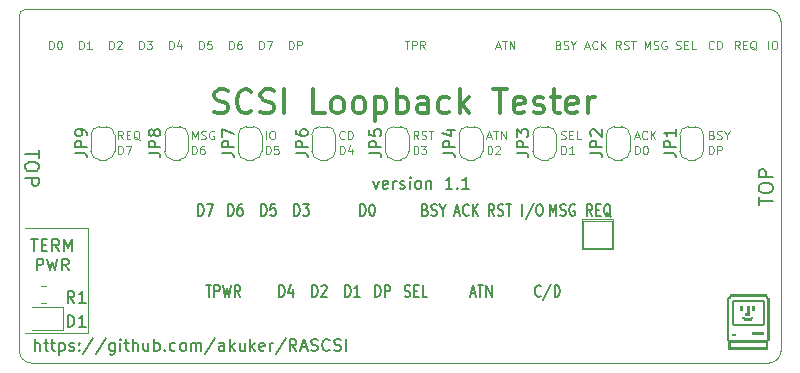
<source format=gbr>
%TF.GenerationSoftware,KiCad,Pcbnew,(5.1.9-16-g1737927814)-1*%
%TF.CreationDate,2021-06-02T15:54:43-05:00*%
%TF.ProjectId,loopback_tester,6c6f6f70-6261-4636-9b5f-746573746572,rev?*%
%TF.SameCoordinates,PX59d60c0PY325aa00*%
%TF.FileFunction,Legend,Top*%
%TF.FilePolarity,Positive*%
%FSLAX46Y46*%
G04 Gerber Fmt 4.6, Leading zero omitted, Abs format (unit mm)*
G04 Created by KiCad (PCBNEW (5.1.9-16-g1737927814)-1) date 2021-06-02 15:54:43*
%MOMM*%
%LPD*%
G01*
G04 APERTURE LIST*
%ADD10C,0.150000*%
%ADD11C,0.100000*%
%ADD12C,0.120000*%
%ADD13C,0.300000*%
%TA.AperFunction,Profile*%
%ADD14C,0.050000*%
%TD*%
%ADD15C,0.010000*%
G04 APERTURE END LIST*
D10*
X82225142Y-27670571D02*
X82225142Y-28356285D01*
X81025142Y-28013428D02*
X82225142Y-28013428D01*
X82225142Y-28984857D02*
X82225142Y-29213428D01*
X82168000Y-29327714D01*
X82053714Y-29442000D01*
X81825142Y-29499142D01*
X81425142Y-29499142D01*
X81196571Y-29442000D01*
X81082285Y-29327714D01*
X81025142Y-29213428D01*
X81025142Y-28984857D01*
X81082285Y-28870571D01*
X81196571Y-28756285D01*
X81425142Y-28699142D01*
X81825142Y-28699142D01*
X82053714Y-28756285D01*
X82168000Y-28870571D01*
X82225142Y-28984857D01*
X81025142Y-30013428D02*
X82225142Y-30013428D01*
X82225142Y-30470571D01*
X82168000Y-30584857D01*
X82110857Y-30642000D01*
X81996571Y-30699142D01*
X81825142Y-30699142D01*
X81710857Y-30642000D01*
X81653714Y-30584857D01*
X81596571Y-30470571D01*
X81596571Y-30013428D01*
D11*
X83083333Y-19144666D02*
X83083333Y-18444666D01*
X83250000Y-18444666D01*
X83350000Y-18478000D01*
X83416666Y-18544666D01*
X83450000Y-18611333D01*
X83483333Y-18744666D01*
X83483333Y-18844666D01*
X83450000Y-18978000D01*
X83416666Y-19044666D01*
X83350000Y-19111333D01*
X83250000Y-19144666D01*
X83083333Y-19144666D01*
X83916666Y-18444666D02*
X83983333Y-18444666D01*
X84050000Y-18478000D01*
X84083333Y-18511333D01*
X84116666Y-18578000D01*
X84150000Y-18711333D01*
X84150000Y-18878000D01*
X84116666Y-19011333D01*
X84083333Y-19078000D01*
X84050000Y-19111333D01*
X83983333Y-19144666D01*
X83916666Y-19144666D01*
X83850000Y-19111333D01*
X83816666Y-19078000D01*
X83783333Y-19011333D01*
X83750000Y-18878000D01*
X83750000Y-18711333D01*
X83783333Y-18578000D01*
X83816666Y-18511333D01*
X83850000Y-18478000D01*
X83916666Y-18444666D01*
X100863333Y-19144666D02*
X100863333Y-18444666D01*
X101030000Y-18444666D01*
X101130000Y-18478000D01*
X101196666Y-18544666D01*
X101230000Y-18611333D01*
X101263333Y-18744666D01*
X101263333Y-18844666D01*
X101230000Y-18978000D01*
X101196666Y-19044666D01*
X101130000Y-19111333D01*
X101030000Y-19144666D01*
X100863333Y-19144666D01*
X101496666Y-18444666D02*
X101963333Y-18444666D01*
X101663333Y-19144666D01*
X131476666Y-19144666D02*
X131243333Y-18811333D01*
X131076666Y-19144666D02*
X131076666Y-18444666D01*
X131343333Y-18444666D01*
X131410000Y-18478000D01*
X131443333Y-18511333D01*
X131476666Y-18578000D01*
X131476666Y-18678000D01*
X131443333Y-18744666D01*
X131410000Y-18778000D01*
X131343333Y-18811333D01*
X131076666Y-18811333D01*
X131743333Y-19111333D02*
X131843333Y-19144666D01*
X132010000Y-19144666D01*
X132076666Y-19111333D01*
X132110000Y-19078000D01*
X132143333Y-19011333D01*
X132143333Y-18944666D01*
X132110000Y-18878000D01*
X132076666Y-18844666D01*
X132010000Y-18811333D01*
X131876666Y-18778000D01*
X131810000Y-18744666D01*
X131776666Y-18711333D01*
X131743333Y-18644666D01*
X131743333Y-18578000D01*
X131776666Y-18511333D01*
X131810000Y-18478000D01*
X131876666Y-18444666D01*
X132043333Y-18444666D01*
X132143333Y-18478000D01*
X132343333Y-18444666D02*
X132743333Y-18444666D01*
X132543333Y-19144666D02*
X132543333Y-18444666D01*
X95783333Y-19144666D02*
X95783333Y-18444666D01*
X95950000Y-18444666D01*
X96050000Y-18478000D01*
X96116666Y-18544666D01*
X96150000Y-18611333D01*
X96183333Y-18744666D01*
X96183333Y-18844666D01*
X96150000Y-18978000D01*
X96116666Y-19044666D01*
X96050000Y-19111333D01*
X95950000Y-19144666D01*
X95783333Y-19144666D01*
X96816666Y-18444666D02*
X96483333Y-18444666D01*
X96450000Y-18778000D01*
X96483333Y-18744666D01*
X96550000Y-18711333D01*
X96716666Y-18711333D01*
X96783333Y-18744666D01*
X96816666Y-18778000D01*
X96850000Y-18844666D01*
X96850000Y-19011333D01*
X96816666Y-19078000D01*
X96783333Y-19111333D01*
X96716666Y-19144666D01*
X96550000Y-19144666D01*
X96483333Y-19111333D01*
X96450000Y-19078000D01*
X98323333Y-19144666D02*
X98323333Y-18444666D01*
X98490000Y-18444666D01*
X98590000Y-18478000D01*
X98656666Y-18544666D01*
X98690000Y-18611333D01*
X98723333Y-18744666D01*
X98723333Y-18844666D01*
X98690000Y-18978000D01*
X98656666Y-19044666D01*
X98590000Y-19111333D01*
X98490000Y-19144666D01*
X98323333Y-19144666D01*
X99323333Y-18444666D02*
X99190000Y-18444666D01*
X99123333Y-18478000D01*
X99090000Y-18511333D01*
X99023333Y-18611333D01*
X98990000Y-18744666D01*
X98990000Y-19011333D01*
X99023333Y-19078000D01*
X99056666Y-19111333D01*
X99123333Y-19144666D01*
X99256666Y-19144666D01*
X99323333Y-19111333D01*
X99356666Y-19078000D01*
X99390000Y-19011333D01*
X99390000Y-18844666D01*
X99356666Y-18778000D01*
X99323333Y-18744666D01*
X99256666Y-18711333D01*
X99123333Y-18711333D01*
X99056666Y-18744666D01*
X99023333Y-18778000D01*
X98990000Y-18844666D01*
X90703333Y-19144666D02*
X90703333Y-18444666D01*
X90870000Y-18444666D01*
X90970000Y-18478000D01*
X91036666Y-18544666D01*
X91070000Y-18611333D01*
X91103333Y-18744666D01*
X91103333Y-18844666D01*
X91070000Y-18978000D01*
X91036666Y-19044666D01*
X90970000Y-19111333D01*
X90870000Y-19144666D01*
X90703333Y-19144666D01*
X91336666Y-18444666D02*
X91770000Y-18444666D01*
X91536666Y-18711333D01*
X91636666Y-18711333D01*
X91703333Y-18744666D01*
X91736666Y-18778000D01*
X91770000Y-18844666D01*
X91770000Y-19011333D01*
X91736666Y-19078000D01*
X91703333Y-19111333D01*
X91636666Y-19144666D01*
X91436666Y-19144666D01*
X91370000Y-19111333D01*
X91336666Y-19078000D01*
X126196666Y-18778000D02*
X126296666Y-18811333D01*
X126330000Y-18844666D01*
X126363333Y-18911333D01*
X126363333Y-19011333D01*
X126330000Y-19078000D01*
X126296666Y-19111333D01*
X126230000Y-19144666D01*
X125963333Y-19144666D01*
X125963333Y-18444666D01*
X126196666Y-18444666D01*
X126263333Y-18478000D01*
X126296666Y-18511333D01*
X126330000Y-18578000D01*
X126330000Y-18644666D01*
X126296666Y-18711333D01*
X126263333Y-18744666D01*
X126196666Y-18778000D01*
X125963333Y-18778000D01*
X126630000Y-19111333D02*
X126730000Y-19144666D01*
X126896666Y-19144666D01*
X126963333Y-19111333D01*
X126996666Y-19078000D01*
X127030000Y-19011333D01*
X127030000Y-18944666D01*
X126996666Y-18878000D01*
X126963333Y-18844666D01*
X126896666Y-18811333D01*
X126763333Y-18778000D01*
X126696666Y-18744666D01*
X126663333Y-18711333D01*
X126630000Y-18644666D01*
X126630000Y-18578000D01*
X126663333Y-18511333D01*
X126696666Y-18478000D01*
X126763333Y-18444666D01*
X126930000Y-18444666D01*
X127030000Y-18478000D01*
X127463333Y-18811333D02*
X127463333Y-19144666D01*
X127230000Y-18444666D02*
X127463333Y-18811333D01*
X127696666Y-18444666D01*
X133483333Y-19144666D02*
X133483333Y-18444666D01*
X133716666Y-18944666D01*
X133950000Y-18444666D01*
X133950000Y-19144666D01*
X134250000Y-19111333D02*
X134350000Y-19144666D01*
X134516666Y-19144666D01*
X134583333Y-19111333D01*
X134616666Y-19078000D01*
X134650000Y-19011333D01*
X134650000Y-18944666D01*
X134616666Y-18878000D01*
X134583333Y-18844666D01*
X134516666Y-18811333D01*
X134383333Y-18778000D01*
X134316666Y-18744666D01*
X134283333Y-18711333D01*
X134250000Y-18644666D01*
X134250000Y-18578000D01*
X134283333Y-18511333D01*
X134316666Y-18478000D01*
X134383333Y-18444666D01*
X134550000Y-18444666D01*
X134650000Y-18478000D01*
X135316666Y-18478000D02*
X135250000Y-18444666D01*
X135150000Y-18444666D01*
X135050000Y-18478000D01*
X134983333Y-18544666D01*
X134950000Y-18611333D01*
X134916666Y-18744666D01*
X134916666Y-18844666D01*
X134950000Y-18978000D01*
X134983333Y-19044666D01*
X135050000Y-19111333D01*
X135150000Y-19144666D01*
X135216666Y-19144666D01*
X135316666Y-19111333D01*
X135350000Y-19078000D01*
X135350000Y-18844666D01*
X135216666Y-18844666D01*
X141553333Y-19144666D02*
X141320000Y-18811333D01*
X141153333Y-19144666D02*
X141153333Y-18444666D01*
X141420000Y-18444666D01*
X141486666Y-18478000D01*
X141520000Y-18511333D01*
X141553333Y-18578000D01*
X141553333Y-18678000D01*
X141520000Y-18744666D01*
X141486666Y-18778000D01*
X141420000Y-18811333D01*
X141153333Y-18811333D01*
X141853333Y-18778000D02*
X142086666Y-18778000D01*
X142186666Y-19144666D02*
X141853333Y-19144666D01*
X141853333Y-18444666D01*
X142186666Y-18444666D01*
X142953333Y-19211333D02*
X142886666Y-19178000D01*
X142820000Y-19111333D01*
X142720000Y-19011333D01*
X142653333Y-18978000D01*
X142586666Y-18978000D01*
X142620000Y-19144666D02*
X142553333Y-19111333D01*
X142486666Y-19044666D01*
X142453333Y-18911333D01*
X142453333Y-18678000D01*
X142486666Y-18544666D01*
X142553333Y-18478000D01*
X142620000Y-18444666D01*
X142753333Y-18444666D01*
X142820000Y-18478000D01*
X142886666Y-18544666D01*
X142920000Y-18678000D01*
X142920000Y-18911333D01*
X142886666Y-19044666D01*
X142820000Y-19111333D01*
X142753333Y-19144666D01*
X142620000Y-19144666D01*
X143939333Y-19144666D02*
X143939333Y-18444666D01*
X144406000Y-18444666D02*
X144539333Y-18444666D01*
X144606000Y-18478000D01*
X144672666Y-18544666D01*
X144706000Y-18678000D01*
X144706000Y-18911333D01*
X144672666Y-19044666D01*
X144606000Y-19111333D01*
X144539333Y-19144666D01*
X144406000Y-19144666D01*
X144339333Y-19111333D01*
X144272666Y-19044666D01*
X144239333Y-18911333D01*
X144239333Y-18678000D01*
X144272666Y-18544666D01*
X144339333Y-18478000D01*
X144406000Y-18444666D01*
X128453333Y-18944666D02*
X128786666Y-18944666D01*
X128386666Y-19144666D02*
X128620000Y-18444666D01*
X128853333Y-19144666D01*
X129486666Y-19078000D02*
X129453333Y-19111333D01*
X129353333Y-19144666D01*
X129286666Y-19144666D01*
X129186666Y-19111333D01*
X129120000Y-19044666D01*
X129086666Y-18978000D01*
X129053333Y-18844666D01*
X129053333Y-18744666D01*
X129086666Y-18611333D01*
X129120000Y-18544666D01*
X129186666Y-18478000D01*
X129286666Y-18444666D01*
X129353333Y-18444666D01*
X129453333Y-18478000D01*
X129486666Y-18511333D01*
X129786666Y-19144666D02*
X129786666Y-18444666D01*
X130186666Y-19144666D02*
X129886666Y-18744666D01*
X130186666Y-18444666D02*
X129786666Y-18844666D01*
X113180000Y-18444666D02*
X113580000Y-18444666D01*
X113380000Y-19144666D02*
X113380000Y-18444666D01*
X113813333Y-19144666D02*
X113813333Y-18444666D01*
X114080000Y-18444666D01*
X114146666Y-18478000D01*
X114180000Y-18511333D01*
X114213333Y-18578000D01*
X114213333Y-18678000D01*
X114180000Y-18744666D01*
X114146666Y-18778000D01*
X114080000Y-18811333D01*
X113813333Y-18811333D01*
X114913333Y-19144666D02*
X114680000Y-18811333D01*
X114513333Y-19144666D02*
X114513333Y-18444666D01*
X114780000Y-18444666D01*
X114846666Y-18478000D01*
X114880000Y-18511333D01*
X114913333Y-18578000D01*
X114913333Y-18678000D01*
X114880000Y-18744666D01*
X114846666Y-18778000D01*
X114780000Y-18811333D01*
X114513333Y-18811333D01*
X136140000Y-19111333D02*
X136240000Y-19144666D01*
X136406666Y-19144666D01*
X136473333Y-19111333D01*
X136506666Y-19078000D01*
X136540000Y-19011333D01*
X136540000Y-18944666D01*
X136506666Y-18878000D01*
X136473333Y-18844666D01*
X136406666Y-18811333D01*
X136273333Y-18778000D01*
X136206666Y-18744666D01*
X136173333Y-18711333D01*
X136140000Y-18644666D01*
X136140000Y-18578000D01*
X136173333Y-18511333D01*
X136206666Y-18478000D01*
X136273333Y-18444666D01*
X136440000Y-18444666D01*
X136540000Y-18478000D01*
X136840000Y-18778000D02*
X137073333Y-18778000D01*
X137173333Y-19144666D02*
X136840000Y-19144666D01*
X136840000Y-18444666D01*
X137173333Y-18444666D01*
X137806666Y-19144666D02*
X137473333Y-19144666D01*
X137473333Y-18444666D01*
X139346666Y-19078000D02*
X139313333Y-19111333D01*
X139213333Y-19144666D01*
X139146666Y-19144666D01*
X139046666Y-19111333D01*
X138980000Y-19044666D01*
X138946666Y-18978000D01*
X138913333Y-18844666D01*
X138913333Y-18744666D01*
X138946666Y-18611333D01*
X138980000Y-18544666D01*
X139046666Y-18478000D01*
X139146666Y-18444666D01*
X139213333Y-18444666D01*
X139313333Y-18478000D01*
X139346666Y-18511333D01*
X139646666Y-19144666D02*
X139646666Y-18444666D01*
X139813333Y-18444666D01*
X139913333Y-18478000D01*
X139980000Y-18544666D01*
X140013333Y-18611333D01*
X140046666Y-18744666D01*
X140046666Y-18844666D01*
X140013333Y-18978000D01*
X139980000Y-19044666D01*
X139913333Y-19111333D01*
X139813333Y-19144666D01*
X139646666Y-19144666D01*
X88163333Y-19144666D02*
X88163333Y-18444666D01*
X88330000Y-18444666D01*
X88430000Y-18478000D01*
X88496666Y-18544666D01*
X88530000Y-18611333D01*
X88563333Y-18744666D01*
X88563333Y-18844666D01*
X88530000Y-18978000D01*
X88496666Y-19044666D01*
X88430000Y-19111333D01*
X88330000Y-19144666D01*
X88163333Y-19144666D01*
X88830000Y-18511333D02*
X88863333Y-18478000D01*
X88930000Y-18444666D01*
X89096666Y-18444666D01*
X89163333Y-18478000D01*
X89196666Y-18511333D01*
X89230000Y-18578000D01*
X89230000Y-18644666D01*
X89196666Y-18744666D01*
X88796666Y-19144666D01*
X89230000Y-19144666D01*
X93243333Y-19144666D02*
X93243333Y-18444666D01*
X93410000Y-18444666D01*
X93510000Y-18478000D01*
X93576666Y-18544666D01*
X93610000Y-18611333D01*
X93643333Y-18744666D01*
X93643333Y-18844666D01*
X93610000Y-18978000D01*
X93576666Y-19044666D01*
X93510000Y-19111333D01*
X93410000Y-19144666D01*
X93243333Y-19144666D01*
X94243333Y-18678000D02*
X94243333Y-19144666D01*
X94076666Y-18411333D02*
X93910000Y-18911333D01*
X94343333Y-18911333D01*
X103386666Y-19144666D02*
X103386666Y-18444666D01*
X103553333Y-18444666D01*
X103653333Y-18478000D01*
X103720000Y-18544666D01*
X103753333Y-18611333D01*
X103786666Y-18744666D01*
X103786666Y-18844666D01*
X103753333Y-18978000D01*
X103720000Y-19044666D01*
X103653333Y-19111333D01*
X103553333Y-19144666D01*
X103386666Y-19144666D01*
X104086666Y-19144666D02*
X104086666Y-18444666D01*
X104353333Y-18444666D01*
X104420000Y-18478000D01*
X104453333Y-18511333D01*
X104486666Y-18578000D01*
X104486666Y-18678000D01*
X104453333Y-18744666D01*
X104420000Y-18778000D01*
X104353333Y-18811333D01*
X104086666Y-18811333D01*
X85623333Y-19144666D02*
X85623333Y-18444666D01*
X85790000Y-18444666D01*
X85890000Y-18478000D01*
X85956666Y-18544666D01*
X85990000Y-18611333D01*
X86023333Y-18744666D01*
X86023333Y-18844666D01*
X85990000Y-18978000D01*
X85956666Y-19044666D01*
X85890000Y-19111333D01*
X85790000Y-19144666D01*
X85623333Y-19144666D01*
X86690000Y-19144666D02*
X86290000Y-19144666D01*
X86490000Y-19144666D02*
X86490000Y-18444666D01*
X86423333Y-18544666D01*
X86356666Y-18611333D01*
X86290000Y-18644666D01*
X120900000Y-18944666D02*
X121233333Y-18944666D01*
X120833333Y-19144666D02*
X121066666Y-18444666D01*
X121300000Y-19144666D01*
X121433333Y-18444666D02*
X121833333Y-18444666D01*
X121633333Y-19144666D02*
X121633333Y-18444666D01*
X122066666Y-19144666D02*
X122066666Y-18444666D01*
X122466666Y-19144666D01*
X122466666Y-18444666D01*
D12*
X86394000Y-43212000D02*
X81060000Y-43212000D01*
X86394000Y-34322000D02*
X86394000Y-43212000D01*
X81060000Y-34322000D02*
X86394000Y-34322000D01*
D10*
X81536476Y-35235380D02*
X82107904Y-35235380D01*
X81822190Y-36235380D02*
X81822190Y-35235380D01*
X82441238Y-35711571D02*
X82774571Y-35711571D01*
X82917428Y-36235380D02*
X82441238Y-36235380D01*
X82441238Y-35235380D01*
X82917428Y-35235380D01*
X83917428Y-36235380D02*
X83584095Y-35759190D01*
X83346000Y-36235380D02*
X83346000Y-35235380D01*
X83726952Y-35235380D01*
X83822190Y-35283000D01*
X83869809Y-35330619D01*
X83917428Y-35425857D01*
X83917428Y-35568714D01*
X83869809Y-35663952D01*
X83822190Y-35711571D01*
X83726952Y-35759190D01*
X83346000Y-35759190D01*
X84346000Y-36235380D02*
X84346000Y-35235380D01*
X84679333Y-35949666D01*
X85012666Y-35235380D01*
X85012666Y-36235380D01*
X82012666Y-37885380D02*
X82012666Y-36885380D01*
X82393619Y-36885380D01*
X82488857Y-36933000D01*
X82536476Y-36980619D01*
X82584095Y-37075857D01*
X82584095Y-37218714D01*
X82536476Y-37313952D01*
X82488857Y-37361571D01*
X82393619Y-37409190D01*
X82012666Y-37409190D01*
X82917428Y-36885380D02*
X83155523Y-37885380D01*
X83346000Y-37171095D01*
X83536476Y-37885380D01*
X83774571Y-36885380D01*
X84726952Y-37885380D02*
X84393619Y-37409190D01*
X84155523Y-37885380D02*
X84155523Y-36885380D01*
X84536476Y-36885380D01*
X84631714Y-36933000D01*
X84679333Y-36980619D01*
X84726952Y-37075857D01*
X84726952Y-37218714D01*
X84679333Y-37313952D01*
X84631714Y-37361571D01*
X84536476Y-37409190D01*
X84155523Y-37409190D01*
X110492761Y-30297714D02*
X110730857Y-30964380D01*
X110968952Y-30297714D01*
X111730857Y-30916761D02*
X111635619Y-30964380D01*
X111445142Y-30964380D01*
X111349904Y-30916761D01*
X111302285Y-30821523D01*
X111302285Y-30440571D01*
X111349904Y-30345333D01*
X111445142Y-30297714D01*
X111635619Y-30297714D01*
X111730857Y-30345333D01*
X111778476Y-30440571D01*
X111778476Y-30535809D01*
X111302285Y-30631047D01*
X112207047Y-30964380D02*
X112207047Y-30297714D01*
X112207047Y-30488190D02*
X112254666Y-30392952D01*
X112302285Y-30345333D01*
X112397523Y-30297714D01*
X112492761Y-30297714D01*
X112778476Y-30916761D02*
X112873714Y-30964380D01*
X113064190Y-30964380D01*
X113159428Y-30916761D01*
X113207047Y-30821523D01*
X113207047Y-30773904D01*
X113159428Y-30678666D01*
X113064190Y-30631047D01*
X112921333Y-30631047D01*
X112826095Y-30583428D01*
X112778476Y-30488190D01*
X112778476Y-30440571D01*
X112826095Y-30345333D01*
X112921333Y-30297714D01*
X113064190Y-30297714D01*
X113159428Y-30345333D01*
X113635619Y-30964380D02*
X113635619Y-30297714D01*
X113635619Y-29964380D02*
X113588000Y-30012000D01*
X113635619Y-30059619D01*
X113683238Y-30012000D01*
X113635619Y-29964380D01*
X113635619Y-30059619D01*
X114254666Y-30964380D02*
X114159428Y-30916761D01*
X114111809Y-30869142D01*
X114064190Y-30773904D01*
X114064190Y-30488190D01*
X114111809Y-30392952D01*
X114159428Y-30345333D01*
X114254666Y-30297714D01*
X114397523Y-30297714D01*
X114492761Y-30345333D01*
X114540380Y-30392952D01*
X114588000Y-30488190D01*
X114588000Y-30773904D01*
X114540380Y-30869142D01*
X114492761Y-30916761D01*
X114397523Y-30964380D01*
X114254666Y-30964380D01*
X115016571Y-30297714D02*
X115016571Y-30964380D01*
X115016571Y-30392952D02*
X115064190Y-30345333D01*
X115159428Y-30297714D01*
X115302285Y-30297714D01*
X115397523Y-30345333D01*
X115445142Y-30440571D01*
X115445142Y-30964380D01*
X117207047Y-30964380D02*
X116635619Y-30964380D01*
X116921333Y-30964380D02*
X116921333Y-29964380D01*
X116826095Y-30107238D01*
X116730857Y-30202476D01*
X116635619Y-30250095D01*
X117635619Y-30869142D02*
X117683238Y-30916761D01*
X117635619Y-30964380D01*
X117588000Y-30916761D01*
X117635619Y-30869142D01*
X117635619Y-30964380D01*
X118635619Y-30964380D02*
X118064190Y-30964380D01*
X118349904Y-30964380D02*
X118349904Y-29964380D01*
X118254666Y-30107238D01*
X118159428Y-30202476D01*
X118064190Y-30250095D01*
D13*
X97064000Y-24463523D02*
X97349714Y-24558761D01*
X97825904Y-24558761D01*
X98016380Y-24463523D01*
X98111619Y-24368285D01*
X98206857Y-24177809D01*
X98206857Y-23987333D01*
X98111619Y-23796857D01*
X98016380Y-23701619D01*
X97825904Y-23606380D01*
X97444952Y-23511142D01*
X97254476Y-23415904D01*
X97159238Y-23320666D01*
X97064000Y-23130190D01*
X97064000Y-22939714D01*
X97159238Y-22749238D01*
X97254476Y-22654000D01*
X97444952Y-22558761D01*
X97921142Y-22558761D01*
X98206857Y-22654000D01*
X100206857Y-24368285D02*
X100111619Y-24463523D01*
X99825904Y-24558761D01*
X99635428Y-24558761D01*
X99349714Y-24463523D01*
X99159238Y-24273047D01*
X99064000Y-24082571D01*
X98968761Y-23701619D01*
X98968761Y-23415904D01*
X99064000Y-23034952D01*
X99159238Y-22844476D01*
X99349714Y-22654000D01*
X99635428Y-22558761D01*
X99825904Y-22558761D01*
X100111619Y-22654000D01*
X100206857Y-22749238D01*
X100968761Y-24463523D02*
X101254476Y-24558761D01*
X101730666Y-24558761D01*
X101921142Y-24463523D01*
X102016380Y-24368285D01*
X102111619Y-24177809D01*
X102111619Y-23987333D01*
X102016380Y-23796857D01*
X101921142Y-23701619D01*
X101730666Y-23606380D01*
X101349714Y-23511142D01*
X101159238Y-23415904D01*
X101064000Y-23320666D01*
X100968761Y-23130190D01*
X100968761Y-22939714D01*
X101064000Y-22749238D01*
X101159238Y-22654000D01*
X101349714Y-22558761D01*
X101825904Y-22558761D01*
X102111619Y-22654000D01*
X102968761Y-24558761D02*
X102968761Y-22558761D01*
X106397333Y-24558761D02*
X105444952Y-24558761D01*
X105444952Y-22558761D01*
X107349714Y-24558761D02*
X107159238Y-24463523D01*
X107064000Y-24368285D01*
X106968761Y-24177809D01*
X106968761Y-23606380D01*
X107064000Y-23415904D01*
X107159238Y-23320666D01*
X107349714Y-23225428D01*
X107635428Y-23225428D01*
X107825904Y-23320666D01*
X107921142Y-23415904D01*
X108016380Y-23606380D01*
X108016380Y-24177809D01*
X107921142Y-24368285D01*
X107825904Y-24463523D01*
X107635428Y-24558761D01*
X107349714Y-24558761D01*
X109159238Y-24558761D02*
X108968761Y-24463523D01*
X108873523Y-24368285D01*
X108778285Y-24177809D01*
X108778285Y-23606380D01*
X108873523Y-23415904D01*
X108968761Y-23320666D01*
X109159238Y-23225428D01*
X109444952Y-23225428D01*
X109635428Y-23320666D01*
X109730666Y-23415904D01*
X109825904Y-23606380D01*
X109825904Y-24177809D01*
X109730666Y-24368285D01*
X109635428Y-24463523D01*
X109444952Y-24558761D01*
X109159238Y-24558761D01*
X110683047Y-23225428D02*
X110683047Y-25225428D01*
X110683047Y-23320666D02*
X110873523Y-23225428D01*
X111254476Y-23225428D01*
X111444952Y-23320666D01*
X111540190Y-23415904D01*
X111635428Y-23606380D01*
X111635428Y-24177809D01*
X111540190Y-24368285D01*
X111444952Y-24463523D01*
X111254476Y-24558761D01*
X110873523Y-24558761D01*
X110683047Y-24463523D01*
X112492571Y-24558761D02*
X112492571Y-22558761D01*
X112492571Y-23320666D02*
X112683047Y-23225428D01*
X113064000Y-23225428D01*
X113254476Y-23320666D01*
X113349714Y-23415904D01*
X113444952Y-23606380D01*
X113444952Y-24177809D01*
X113349714Y-24368285D01*
X113254476Y-24463523D01*
X113064000Y-24558761D01*
X112683047Y-24558761D01*
X112492571Y-24463523D01*
X115159238Y-24558761D02*
X115159238Y-23511142D01*
X115064000Y-23320666D01*
X114873523Y-23225428D01*
X114492571Y-23225428D01*
X114302095Y-23320666D01*
X115159238Y-24463523D02*
X114968761Y-24558761D01*
X114492571Y-24558761D01*
X114302095Y-24463523D01*
X114206857Y-24273047D01*
X114206857Y-24082571D01*
X114302095Y-23892095D01*
X114492571Y-23796857D01*
X114968761Y-23796857D01*
X115159238Y-23701619D01*
X116968761Y-24463523D02*
X116778285Y-24558761D01*
X116397333Y-24558761D01*
X116206857Y-24463523D01*
X116111619Y-24368285D01*
X116016380Y-24177809D01*
X116016380Y-23606380D01*
X116111619Y-23415904D01*
X116206857Y-23320666D01*
X116397333Y-23225428D01*
X116778285Y-23225428D01*
X116968761Y-23320666D01*
X117825904Y-24558761D02*
X117825904Y-22558761D01*
X118016380Y-23796857D02*
X118587809Y-24558761D01*
X118587809Y-23225428D02*
X117825904Y-23987333D01*
X120683047Y-22558761D02*
X121825904Y-22558761D01*
X121254476Y-24558761D02*
X121254476Y-22558761D01*
X123254476Y-24463523D02*
X123064000Y-24558761D01*
X122683047Y-24558761D01*
X122492571Y-24463523D01*
X122397333Y-24273047D01*
X122397333Y-23511142D01*
X122492571Y-23320666D01*
X122683047Y-23225428D01*
X123064000Y-23225428D01*
X123254476Y-23320666D01*
X123349714Y-23511142D01*
X123349714Y-23701619D01*
X122397333Y-23892095D01*
X124111619Y-24463523D02*
X124302095Y-24558761D01*
X124683047Y-24558761D01*
X124873523Y-24463523D01*
X124968761Y-24273047D01*
X124968761Y-24177809D01*
X124873523Y-23987333D01*
X124683047Y-23892095D01*
X124397333Y-23892095D01*
X124206857Y-23796857D01*
X124111619Y-23606380D01*
X124111619Y-23511142D01*
X124206857Y-23320666D01*
X124397333Y-23225428D01*
X124683047Y-23225428D01*
X124873523Y-23320666D01*
X125540190Y-23225428D02*
X126302095Y-23225428D01*
X125825904Y-22558761D02*
X125825904Y-24273047D01*
X125921142Y-24463523D01*
X126111619Y-24558761D01*
X126302095Y-24558761D01*
X127730666Y-24463523D02*
X127540190Y-24558761D01*
X127159238Y-24558761D01*
X126968761Y-24463523D01*
X126873523Y-24273047D01*
X126873523Y-23511142D01*
X126968761Y-23320666D01*
X127159238Y-23225428D01*
X127540190Y-23225428D01*
X127730666Y-23320666D01*
X127825904Y-23511142D01*
X127825904Y-23701619D01*
X126873523Y-23892095D01*
X128683047Y-24558761D02*
X128683047Y-23225428D01*
X128683047Y-23606380D02*
X128778285Y-23415904D01*
X128873523Y-23320666D01*
X129064000Y-23225428D01*
X129254476Y-23225428D01*
D11*
X139179999Y-26398000D02*
X139279999Y-26431333D01*
X139313333Y-26464666D01*
X139346666Y-26531333D01*
X139346666Y-26631333D01*
X139313333Y-26698000D01*
X139279999Y-26731333D01*
X139213333Y-26764666D01*
X138946666Y-26764666D01*
X138946666Y-26064666D01*
X139179999Y-26064666D01*
X139246666Y-26098000D01*
X139279999Y-26131333D01*
X139313333Y-26198000D01*
X139313333Y-26264666D01*
X139279999Y-26331333D01*
X139246666Y-26364666D01*
X139179999Y-26398000D01*
X138946666Y-26398000D01*
X139613333Y-26731333D02*
X139713333Y-26764666D01*
X139879999Y-26764666D01*
X139946666Y-26731333D01*
X139979999Y-26698000D01*
X140013333Y-26631333D01*
X140013333Y-26564666D01*
X139979999Y-26498000D01*
X139946666Y-26464666D01*
X139879999Y-26431333D01*
X139746666Y-26398000D01*
X139679999Y-26364666D01*
X139646666Y-26331333D01*
X139613333Y-26264666D01*
X139613333Y-26198000D01*
X139646666Y-26131333D01*
X139679999Y-26098000D01*
X139746666Y-26064666D01*
X139913333Y-26064666D01*
X140013333Y-26098000D01*
X140446666Y-26431333D02*
X140446666Y-26764666D01*
X140213333Y-26064666D02*
X140446666Y-26431333D01*
X140679999Y-26064666D01*
X138946666Y-28034666D02*
X138946666Y-27334666D01*
X139113333Y-27334666D01*
X139213333Y-27368000D01*
X139280000Y-27434666D01*
X139313333Y-27501333D01*
X139346666Y-27634666D01*
X139346666Y-27734666D01*
X139313333Y-27868000D01*
X139280000Y-27934666D01*
X139213333Y-28001333D01*
X139113333Y-28034666D01*
X138946666Y-28034666D01*
X139646666Y-28034666D02*
X139646666Y-27334666D01*
X139913333Y-27334666D01*
X139980000Y-27368000D01*
X140013333Y-27401333D01*
X140046666Y-27468000D01*
X140046666Y-27568000D01*
X140013333Y-27634666D01*
X139980000Y-27668000D01*
X139913333Y-27701333D01*
X139646666Y-27701333D01*
X132660662Y-26564666D02*
X132993995Y-26564666D01*
X132593995Y-26764666D02*
X132827329Y-26064666D01*
X133060662Y-26764666D01*
X133693995Y-26698000D02*
X133660662Y-26731333D01*
X133560662Y-26764666D01*
X133493995Y-26764666D01*
X133393995Y-26731333D01*
X133327329Y-26664666D01*
X133293995Y-26598000D01*
X133260662Y-26464666D01*
X133260662Y-26364666D01*
X133293995Y-26231333D01*
X133327329Y-26164666D01*
X133393995Y-26098000D01*
X133493995Y-26064666D01*
X133560662Y-26064666D01*
X133660662Y-26098000D01*
X133693995Y-26131333D01*
X133993995Y-26764666D02*
X133993995Y-26064666D01*
X134393995Y-26764666D02*
X134093995Y-26364666D01*
X134393995Y-26064666D02*
X133993995Y-26464666D01*
X132693995Y-28034666D02*
X132693995Y-27334666D01*
X132860662Y-27334666D01*
X132960662Y-27368000D01*
X133027328Y-27434666D01*
X133060662Y-27501333D01*
X133093995Y-27634666D01*
X133093995Y-27734666D01*
X133060662Y-27868000D01*
X133027328Y-27934666D01*
X132960662Y-28001333D01*
X132860662Y-28034666D01*
X132693995Y-28034666D01*
X133527328Y-27334666D02*
X133593995Y-27334666D01*
X133660662Y-27368000D01*
X133693995Y-27401333D01*
X133727328Y-27468000D01*
X133760662Y-27601333D01*
X133760662Y-27768000D01*
X133727328Y-27901333D01*
X133693995Y-27968000D01*
X133660662Y-28001333D01*
X133593995Y-28034666D01*
X133527328Y-28034666D01*
X133460662Y-28001333D01*
X133427328Y-27968000D01*
X133393995Y-27901333D01*
X133360662Y-27768000D01*
X133360662Y-27601333D01*
X133393995Y-27468000D01*
X133427328Y-27401333D01*
X133460662Y-27368000D01*
X133527328Y-27334666D01*
X126441329Y-28034666D02*
X126441329Y-27334666D01*
X126607996Y-27334666D01*
X126707996Y-27368000D01*
X126774662Y-27434666D01*
X126807996Y-27501333D01*
X126841329Y-27634666D01*
X126841329Y-27734666D01*
X126807996Y-27868000D01*
X126774662Y-27934666D01*
X126707996Y-28001333D01*
X126607996Y-28034666D01*
X126441329Y-28034666D01*
X127507996Y-28034666D02*
X127107996Y-28034666D01*
X127307996Y-28034666D02*
X127307996Y-27334666D01*
X127241329Y-27434666D01*
X127174662Y-27501333D01*
X127107996Y-27534666D01*
X126407996Y-26731333D02*
X126507996Y-26764666D01*
X126674662Y-26764666D01*
X126741329Y-26731333D01*
X126774662Y-26698000D01*
X126807996Y-26631333D01*
X126807996Y-26564666D01*
X126774662Y-26498000D01*
X126741329Y-26464666D01*
X126674662Y-26431333D01*
X126541329Y-26398000D01*
X126474662Y-26364666D01*
X126441329Y-26331333D01*
X126407996Y-26264666D01*
X126407996Y-26198000D01*
X126441329Y-26131333D01*
X126474662Y-26098000D01*
X126541329Y-26064666D01*
X126707996Y-26064666D01*
X126807996Y-26098000D01*
X127107996Y-26398000D02*
X127341329Y-26398000D01*
X127441329Y-26764666D02*
X127107996Y-26764666D01*
X127107996Y-26064666D01*
X127441329Y-26064666D01*
X128074662Y-26764666D02*
X127741329Y-26764666D01*
X127741329Y-26064666D01*
X120155330Y-26564666D02*
X120488663Y-26564666D01*
X120088663Y-26764666D02*
X120321996Y-26064666D01*
X120555330Y-26764666D01*
X120688663Y-26064666D02*
X121088663Y-26064666D01*
X120888663Y-26764666D02*
X120888663Y-26064666D01*
X121321996Y-26764666D02*
X121321996Y-26064666D01*
X121721996Y-26764666D01*
X121721996Y-26064666D01*
X120188663Y-28034666D02*
X120188663Y-27334666D01*
X120355330Y-27334666D01*
X120455330Y-27368000D01*
X120521996Y-27434666D01*
X120555330Y-27501333D01*
X120588663Y-27634666D01*
X120588663Y-27734666D01*
X120555330Y-27868000D01*
X120521996Y-27934666D01*
X120455330Y-28001333D01*
X120355330Y-28034666D01*
X120188663Y-28034666D01*
X120855330Y-27401333D02*
X120888663Y-27368000D01*
X120955330Y-27334666D01*
X121121996Y-27334666D01*
X121188663Y-27368000D01*
X121221996Y-27401333D01*
X121255330Y-27468000D01*
X121255330Y-27534666D01*
X121221996Y-27634666D01*
X120821996Y-28034666D01*
X121255330Y-28034666D01*
X114335997Y-26764666D02*
X114102664Y-26431333D01*
X113935997Y-26764666D02*
X113935997Y-26064666D01*
X114202664Y-26064666D01*
X114269331Y-26098000D01*
X114302664Y-26131333D01*
X114335997Y-26198000D01*
X114335997Y-26298000D01*
X114302664Y-26364666D01*
X114269331Y-26398000D01*
X114202664Y-26431333D01*
X113935997Y-26431333D01*
X114602664Y-26731333D02*
X114702664Y-26764666D01*
X114869331Y-26764666D01*
X114935997Y-26731333D01*
X114969331Y-26698000D01*
X115002664Y-26631333D01*
X115002664Y-26564666D01*
X114969331Y-26498000D01*
X114935997Y-26464666D01*
X114869331Y-26431333D01*
X114735997Y-26398000D01*
X114669331Y-26364666D01*
X114635997Y-26331333D01*
X114602664Y-26264666D01*
X114602664Y-26198000D01*
X114635997Y-26131333D01*
X114669331Y-26098000D01*
X114735997Y-26064666D01*
X114902664Y-26064666D01*
X115002664Y-26098000D01*
X115202664Y-26064666D02*
X115602664Y-26064666D01*
X115402664Y-26764666D02*
X115402664Y-26064666D01*
X113935997Y-28034666D02*
X113935997Y-27334666D01*
X114102664Y-27334666D01*
X114202664Y-27368000D01*
X114269330Y-27434666D01*
X114302664Y-27501333D01*
X114335997Y-27634666D01*
X114335997Y-27734666D01*
X114302664Y-27868000D01*
X114269330Y-27934666D01*
X114202664Y-28001333D01*
X114102664Y-28034666D01*
X113935997Y-28034666D01*
X114569330Y-27334666D02*
X115002664Y-27334666D01*
X114769330Y-27601333D01*
X114869330Y-27601333D01*
X114935997Y-27634666D01*
X114969330Y-27668000D01*
X115002664Y-27734666D01*
X115002664Y-27901333D01*
X114969330Y-27968000D01*
X114935997Y-28001333D01*
X114869330Y-28034666D01*
X114669330Y-28034666D01*
X114602664Y-28001333D01*
X114569330Y-27968000D01*
X108083331Y-26698000D02*
X108049998Y-26731333D01*
X107949998Y-26764666D01*
X107883331Y-26764666D01*
X107783331Y-26731333D01*
X107716665Y-26664666D01*
X107683331Y-26598000D01*
X107649998Y-26464666D01*
X107649998Y-26364666D01*
X107683331Y-26231333D01*
X107716665Y-26164666D01*
X107783331Y-26098000D01*
X107883331Y-26064666D01*
X107949998Y-26064666D01*
X108049998Y-26098000D01*
X108083331Y-26131333D01*
X108383331Y-26764666D02*
X108383331Y-26064666D01*
X108549998Y-26064666D01*
X108649998Y-26098000D01*
X108716665Y-26164666D01*
X108749998Y-26231333D01*
X108783331Y-26364666D01*
X108783331Y-26464666D01*
X108749998Y-26598000D01*
X108716665Y-26664666D01*
X108649998Y-26731333D01*
X108549998Y-26764666D01*
X108383331Y-26764666D01*
X107683331Y-28034666D02*
X107683331Y-27334666D01*
X107849998Y-27334666D01*
X107949998Y-27368000D01*
X108016664Y-27434666D01*
X108049998Y-27501333D01*
X108083331Y-27634666D01*
X108083331Y-27734666D01*
X108049998Y-27868000D01*
X108016664Y-27934666D01*
X107949998Y-28001333D01*
X107849998Y-28034666D01*
X107683331Y-28034666D01*
X108683331Y-27568000D02*
X108683331Y-28034666D01*
X108516664Y-27301333D02*
X108349998Y-27801333D01*
X108783331Y-27801333D01*
X101430665Y-26764666D02*
X101430665Y-26064666D01*
X101897332Y-26064666D02*
X102030665Y-26064666D01*
X102097332Y-26098000D01*
X102163998Y-26164666D01*
X102197332Y-26298000D01*
X102197332Y-26531333D01*
X102163998Y-26664666D01*
X102097332Y-26731333D01*
X102030665Y-26764666D01*
X101897332Y-26764666D01*
X101830665Y-26731333D01*
X101763998Y-26664666D01*
X101730665Y-26531333D01*
X101730665Y-26298000D01*
X101763998Y-26164666D01*
X101830665Y-26098000D01*
X101897332Y-26064666D01*
X101430665Y-28034666D02*
X101430665Y-27334666D01*
X101597332Y-27334666D01*
X101697332Y-27368000D01*
X101763998Y-27434666D01*
X101797332Y-27501333D01*
X101830665Y-27634666D01*
X101830665Y-27734666D01*
X101797332Y-27868000D01*
X101763998Y-27934666D01*
X101697332Y-28001333D01*
X101597332Y-28034666D01*
X101430665Y-28034666D01*
X102463998Y-27334666D02*
X102130665Y-27334666D01*
X102097332Y-27668000D01*
X102130665Y-27634666D01*
X102197332Y-27601333D01*
X102363998Y-27601333D01*
X102430665Y-27634666D01*
X102463998Y-27668000D01*
X102497332Y-27734666D01*
X102497332Y-27901333D01*
X102463998Y-27968000D01*
X102430665Y-28001333D01*
X102363998Y-28034666D01*
X102197332Y-28034666D01*
X102130665Y-28001333D01*
X102097332Y-27968000D01*
X95177999Y-28034666D02*
X95177999Y-27334666D01*
X95344666Y-27334666D01*
X95444666Y-27368000D01*
X95511332Y-27434666D01*
X95544666Y-27501333D01*
X95577999Y-27634666D01*
X95577999Y-27734666D01*
X95544666Y-27868000D01*
X95511332Y-27934666D01*
X95444666Y-28001333D01*
X95344666Y-28034666D01*
X95177999Y-28034666D01*
X96177999Y-27334666D02*
X96044666Y-27334666D01*
X95977999Y-27368000D01*
X95944666Y-27401333D01*
X95877999Y-27501333D01*
X95844666Y-27634666D01*
X95844666Y-27901333D01*
X95877999Y-27968000D01*
X95911332Y-28001333D01*
X95977999Y-28034666D01*
X96111332Y-28034666D01*
X96177999Y-28001333D01*
X96211332Y-27968000D01*
X96244666Y-27901333D01*
X96244666Y-27734666D01*
X96211332Y-27668000D01*
X96177999Y-27634666D01*
X96111332Y-27601333D01*
X95977999Y-27601333D01*
X95911332Y-27634666D01*
X95877999Y-27668000D01*
X95844666Y-27734666D01*
X88925333Y-28034666D02*
X88925333Y-27334666D01*
X89092000Y-27334666D01*
X89192000Y-27368000D01*
X89258666Y-27434666D01*
X89292000Y-27501333D01*
X89325333Y-27634666D01*
X89325333Y-27734666D01*
X89292000Y-27868000D01*
X89258666Y-27934666D01*
X89192000Y-28001333D01*
X89092000Y-28034666D01*
X88925333Y-28034666D01*
X89558666Y-27334666D02*
X90025333Y-27334666D01*
X89725333Y-28034666D01*
X95177999Y-26764666D02*
X95177999Y-26064666D01*
X95411332Y-26564666D01*
X95644666Y-26064666D01*
X95644666Y-26764666D01*
X95944666Y-26731333D02*
X96044666Y-26764666D01*
X96211332Y-26764666D01*
X96277999Y-26731333D01*
X96311332Y-26698000D01*
X96344666Y-26631333D01*
X96344666Y-26564666D01*
X96311332Y-26498000D01*
X96277999Y-26464666D01*
X96211332Y-26431333D01*
X96077999Y-26398000D01*
X96011332Y-26364666D01*
X95977999Y-26331333D01*
X95944666Y-26264666D01*
X95944666Y-26198000D01*
X95977999Y-26131333D01*
X96011332Y-26098000D01*
X96077999Y-26064666D01*
X96244666Y-26064666D01*
X96344666Y-26098000D01*
X97011332Y-26098000D02*
X96944666Y-26064666D01*
X96844666Y-26064666D01*
X96744666Y-26098000D01*
X96677999Y-26164666D01*
X96644666Y-26231333D01*
X96611332Y-26364666D01*
X96611332Y-26464666D01*
X96644666Y-26598000D01*
X96677999Y-26664666D01*
X96744666Y-26731333D01*
X96844666Y-26764666D01*
X96911332Y-26764666D01*
X97011332Y-26731333D01*
X97044666Y-26698000D01*
X97044666Y-26464666D01*
X96911332Y-26464666D01*
X89325333Y-26764666D02*
X89092000Y-26431333D01*
X88925333Y-26764666D02*
X88925333Y-26064666D01*
X89192000Y-26064666D01*
X89258666Y-26098000D01*
X89292000Y-26131333D01*
X89325333Y-26198000D01*
X89325333Y-26298000D01*
X89292000Y-26364666D01*
X89258666Y-26398000D01*
X89192000Y-26431333D01*
X88925333Y-26431333D01*
X89625333Y-26398000D02*
X89858666Y-26398000D01*
X89958666Y-26764666D02*
X89625333Y-26764666D01*
X89625333Y-26064666D01*
X89958666Y-26064666D01*
X90725333Y-26831333D02*
X90658666Y-26798000D01*
X90592000Y-26731333D01*
X90492000Y-26631333D01*
X90425333Y-26598000D01*
X90358666Y-26598000D01*
X90392000Y-26764666D02*
X90325333Y-26731333D01*
X90258666Y-26664666D01*
X90225333Y-26531333D01*
X90225333Y-26298000D01*
X90258666Y-26164666D01*
X90325333Y-26098000D01*
X90392000Y-26064666D01*
X90525333Y-26064666D01*
X90592000Y-26098000D01*
X90658666Y-26164666D01*
X90692000Y-26298000D01*
X90692000Y-26531333D01*
X90658666Y-26664666D01*
X90592000Y-26731333D01*
X90525333Y-26764666D01*
X90392000Y-26764666D01*
D14*
X144052000Y-45696000D02*
G75*
G03*
X145012000Y-44736000I0J960000D01*
G01*
D10*
X118753714Y-39822666D02*
X119134666Y-39822666D01*
X118677523Y-40108380D02*
X118944190Y-39108380D01*
X119210857Y-40108380D01*
X119363238Y-39108380D02*
X119820380Y-39108380D01*
X119591809Y-40108380D02*
X119591809Y-39108380D01*
X120087047Y-40108380D02*
X120087047Y-39108380D01*
X120544190Y-40108380D01*
X120544190Y-39108380D01*
X108155523Y-40108380D02*
X108155523Y-39108380D01*
X108346000Y-39108380D01*
X108460285Y-39156000D01*
X108536476Y-39251238D01*
X108574571Y-39346476D01*
X108612666Y-39536952D01*
X108612666Y-39679809D01*
X108574571Y-39870285D01*
X108536476Y-39965523D01*
X108460285Y-40060761D01*
X108346000Y-40108380D01*
X108155523Y-40108380D01*
X109374571Y-40108380D02*
X108917428Y-40108380D01*
X109146000Y-40108380D02*
X109146000Y-39108380D01*
X109069809Y-39251238D01*
X108993619Y-39346476D01*
X108917428Y-39394095D01*
X123147904Y-33250380D02*
X123147904Y-32250380D01*
X124100285Y-32202761D02*
X123414571Y-33488476D01*
X124519333Y-32250380D02*
X124671714Y-32250380D01*
X124747904Y-32298000D01*
X124824095Y-32393238D01*
X124862190Y-32583714D01*
X124862190Y-32917047D01*
X124824095Y-33107523D01*
X124747904Y-33202761D01*
X124671714Y-33250380D01*
X124519333Y-33250380D01*
X124443142Y-33202761D01*
X124366952Y-33107523D01*
X124328857Y-32917047D01*
X124328857Y-32583714D01*
X124366952Y-32393238D01*
X124443142Y-32298000D01*
X124519333Y-32250380D01*
X113165714Y-40060761D02*
X113280000Y-40108380D01*
X113470476Y-40108380D01*
X113546666Y-40060761D01*
X113584761Y-40013142D01*
X113622857Y-39917904D01*
X113622857Y-39822666D01*
X113584761Y-39727428D01*
X113546666Y-39679809D01*
X113470476Y-39632190D01*
X113318095Y-39584571D01*
X113241904Y-39536952D01*
X113203809Y-39489333D01*
X113165714Y-39394095D01*
X113165714Y-39298857D01*
X113203809Y-39203619D01*
X113241904Y-39156000D01*
X113318095Y-39108380D01*
X113508571Y-39108380D01*
X113622857Y-39156000D01*
X113965714Y-39584571D02*
X114232380Y-39584571D01*
X114346666Y-40108380D02*
X113965714Y-40108380D01*
X113965714Y-39108380D01*
X114346666Y-39108380D01*
X115070476Y-40108380D02*
X114689523Y-40108380D01*
X114689523Y-39108380D01*
X95709523Y-33250380D02*
X95709523Y-32250380D01*
X95900000Y-32250380D01*
X96014285Y-32298000D01*
X96090476Y-32393238D01*
X96128571Y-32488476D01*
X96166666Y-32678952D01*
X96166666Y-32821809D01*
X96128571Y-33012285D01*
X96090476Y-33107523D01*
X96014285Y-33202761D01*
X95900000Y-33250380D01*
X95709523Y-33250380D01*
X96433333Y-32250380D02*
X96966666Y-32250380D01*
X96623809Y-33250380D01*
X105361523Y-40108380D02*
X105361523Y-39108380D01*
X105552000Y-39108380D01*
X105666285Y-39156000D01*
X105742476Y-39251238D01*
X105780571Y-39346476D01*
X105818666Y-39536952D01*
X105818666Y-39679809D01*
X105780571Y-39870285D01*
X105742476Y-39965523D01*
X105666285Y-40060761D01*
X105552000Y-40108380D01*
X105361523Y-40108380D01*
X106123428Y-39203619D02*
X106161523Y-39156000D01*
X106237714Y-39108380D01*
X106428190Y-39108380D01*
X106504380Y-39156000D01*
X106542476Y-39203619D01*
X106580571Y-39298857D01*
X106580571Y-39394095D01*
X106542476Y-39536952D01*
X106085333Y-40108380D01*
X106580571Y-40108380D01*
X101043523Y-33250380D02*
X101043523Y-32250380D01*
X101234000Y-32250380D01*
X101348285Y-32298000D01*
X101424476Y-32393238D01*
X101462571Y-32488476D01*
X101500666Y-32678952D01*
X101500666Y-32821809D01*
X101462571Y-33012285D01*
X101424476Y-33107523D01*
X101348285Y-33202761D01*
X101234000Y-33250380D01*
X101043523Y-33250380D01*
X102224476Y-32250380D02*
X101843523Y-32250380D01*
X101805428Y-32726571D01*
X101843523Y-32678952D01*
X101919714Y-32631333D01*
X102110190Y-32631333D01*
X102186380Y-32678952D01*
X102224476Y-32726571D01*
X102262571Y-32821809D01*
X102262571Y-33059904D01*
X102224476Y-33155142D01*
X102186380Y-33202761D01*
X102110190Y-33250380D01*
X101919714Y-33250380D01*
X101843523Y-33202761D01*
X101805428Y-33155142D01*
X114937333Y-32726571D02*
X115051619Y-32774190D01*
X115089714Y-32821809D01*
X115127809Y-32917047D01*
X115127809Y-33059904D01*
X115089714Y-33155142D01*
X115051619Y-33202761D01*
X114975428Y-33250380D01*
X114670666Y-33250380D01*
X114670666Y-32250380D01*
X114937333Y-32250380D01*
X115013523Y-32298000D01*
X115051619Y-32345619D01*
X115089714Y-32440857D01*
X115089714Y-32536095D01*
X115051619Y-32631333D01*
X115013523Y-32678952D01*
X114937333Y-32726571D01*
X114670666Y-32726571D01*
X115432571Y-33202761D02*
X115546857Y-33250380D01*
X115737333Y-33250380D01*
X115813523Y-33202761D01*
X115851619Y-33155142D01*
X115889714Y-33059904D01*
X115889714Y-32964666D01*
X115851619Y-32869428D01*
X115813523Y-32821809D01*
X115737333Y-32774190D01*
X115584952Y-32726571D01*
X115508761Y-32678952D01*
X115470666Y-32631333D01*
X115432571Y-32536095D01*
X115432571Y-32440857D01*
X115470666Y-32345619D01*
X115508761Y-32298000D01*
X115584952Y-32250380D01*
X115775428Y-32250380D01*
X115889714Y-32298000D01*
X116384952Y-32774190D02*
X116384952Y-33250380D01*
X116118285Y-32250380D02*
X116384952Y-32774190D01*
X116651619Y-32250380D01*
X102567523Y-40108380D02*
X102567523Y-39108380D01*
X102758000Y-39108380D01*
X102872285Y-39156000D01*
X102948476Y-39251238D01*
X102986571Y-39346476D01*
X103024666Y-39536952D01*
X103024666Y-39679809D01*
X102986571Y-39870285D01*
X102948476Y-39965523D01*
X102872285Y-40060761D01*
X102758000Y-40108380D01*
X102567523Y-40108380D01*
X103710380Y-39441714D02*
X103710380Y-40108380D01*
X103519904Y-39060761D02*
X103329428Y-39775047D01*
X103824666Y-39775047D01*
X117407523Y-32964666D02*
X117788476Y-32964666D01*
X117331333Y-33250380D02*
X117598000Y-32250380D01*
X117864666Y-33250380D01*
X118588476Y-33155142D02*
X118550380Y-33202761D01*
X118436095Y-33250380D01*
X118359904Y-33250380D01*
X118245619Y-33202761D01*
X118169428Y-33107523D01*
X118131333Y-33012285D01*
X118093238Y-32821809D01*
X118093238Y-32678952D01*
X118131333Y-32488476D01*
X118169428Y-32393238D01*
X118245619Y-32298000D01*
X118359904Y-32250380D01*
X118436095Y-32250380D01*
X118550380Y-32298000D01*
X118588476Y-32345619D01*
X118931333Y-33250380D02*
X118931333Y-32250380D01*
X119388476Y-33250380D02*
X119045619Y-32678952D01*
X119388476Y-32250380D02*
X118931333Y-32821809D01*
X124684571Y-40013142D02*
X124646476Y-40060761D01*
X124532190Y-40108380D01*
X124456000Y-40108380D01*
X124341714Y-40060761D01*
X124265523Y-39965523D01*
X124227428Y-39870285D01*
X124189333Y-39679809D01*
X124189333Y-39536952D01*
X124227428Y-39346476D01*
X124265523Y-39251238D01*
X124341714Y-39156000D01*
X124456000Y-39108380D01*
X124532190Y-39108380D01*
X124646476Y-39156000D01*
X124684571Y-39203619D01*
X125598857Y-39060761D02*
X124913142Y-40346476D01*
X125865523Y-40108380D02*
X125865523Y-39108380D01*
X126056000Y-39108380D01*
X126170285Y-39156000D01*
X126246476Y-39251238D01*
X126284571Y-39346476D01*
X126322666Y-39536952D01*
X126322666Y-39679809D01*
X126284571Y-39870285D01*
X126246476Y-39965523D01*
X126170285Y-40060761D01*
X126056000Y-40108380D01*
X125865523Y-40108380D01*
X96338285Y-39108380D02*
X96795428Y-39108380D01*
X96566857Y-40108380D02*
X96566857Y-39108380D01*
X97062095Y-40108380D02*
X97062095Y-39108380D01*
X97366857Y-39108380D01*
X97443047Y-39156000D01*
X97481142Y-39203619D01*
X97519238Y-39298857D01*
X97519238Y-39441714D01*
X97481142Y-39536952D01*
X97443047Y-39584571D01*
X97366857Y-39632190D01*
X97062095Y-39632190D01*
X97785904Y-39108380D02*
X97976380Y-40108380D01*
X98128761Y-39394095D01*
X98281142Y-40108380D01*
X98471619Y-39108380D01*
X99233523Y-40108380D02*
X98966857Y-39632190D01*
X98776380Y-40108380D02*
X98776380Y-39108380D01*
X99081142Y-39108380D01*
X99157333Y-39156000D01*
X99195428Y-39203619D01*
X99233523Y-39298857D01*
X99233523Y-39441714D01*
X99195428Y-39536952D01*
X99157333Y-39584571D01*
X99081142Y-39632190D01*
X98776380Y-39632190D01*
X103837523Y-33250380D02*
X103837523Y-32250380D01*
X104028000Y-32250380D01*
X104142285Y-32298000D01*
X104218476Y-32393238D01*
X104256571Y-32488476D01*
X104294666Y-32678952D01*
X104294666Y-32821809D01*
X104256571Y-33012285D01*
X104218476Y-33107523D01*
X104142285Y-33202761D01*
X104028000Y-33250380D01*
X103837523Y-33250380D01*
X104561333Y-32250380D02*
X105056571Y-32250380D01*
X104789904Y-32631333D01*
X104904190Y-32631333D01*
X104980380Y-32678952D01*
X105018476Y-32726571D01*
X105056571Y-32821809D01*
X105056571Y-33059904D01*
X105018476Y-33155142D01*
X104980380Y-33202761D01*
X104904190Y-33250380D01*
X104675619Y-33250380D01*
X104599428Y-33202761D01*
X104561333Y-33155142D01*
X125478380Y-33250380D02*
X125478380Y-32250380D01*
X125745047Y-32964666D01*
X126011714Y-32250380D01*
X126011714Y-33250380D01*
X126354571Y-33202761D02*
X126468857Y-33250380D01*
X126659333Y-33250380D01*
X126735523Y-33202761D01*
X126773619Y-33155142D01*
X126811714Y-33059904D01*
X126811714Y-32964666D01*
X126773619Y-32869428D01*
X126735523Y-32821809D01*
X126659333Y-32774190D01*
X126506952Y-32726571D01*
X126430761Y-32678952D01*
X126392666Y-32631333D01*
X126354571Y-32536095D01*
X126354571Y-32440857D01*
X126392666Y-32345619D01*
X126430761Y-32298000D01*
X126506952Y-32250380D01*
X126697428Y-32250380D01*
X126811714Y-32298000D01*
X127573619Y-32298000D02*
X127497428Y-32250380D01*
X127383142Y-32250380D01*
X127268857Y-32298000D01*
X127192666Y-32393238D01*
X127154571Y-32488476D01*
X127116476Y-32678952D01*
X127116476Y-32821809D01*
X127154571Y-33012285D01*
X127192666Y-33107523D01*
X127268857Y-33202761D01*
X127383142Y-33250380D01*
X127459333Y-33250380D01*
X127573619Y-33202761D01*
X127611714Y-33155142D01*
X127611714Y-32821809D01*
X127459333Y-32821809D01*
X110676476Y-40108380D02*
X110676476Y-39108380D01*
X110866952Y-39108380D01*
X110981238Y-39156000D01*
X111057428Y-39251238D01*
X111095523Y-39346476D01*
X111133619Y-39536952D01*
X111133619Y-39679809D01*
X111095523Y-39870285D01*
X111057428Y-39965523D01*
X110981238Y-40060761D01*
X110866952Y-40108380D01*
X110676476Y-40108380D01*
X111476476Y-40108380D02*
X111476476Y-39108380D01*
X111781238Y-39108380D01*
X111857428Y-39156000D01*
X111895523Y-39203619D01*
X111933619Y-39298857D01*
X111933619Y-39441714D01*
X111895523Y-39536952D01*
X111857428Y-39584571D01*
X111781238Y-39632190D01*
X111476476Y-39632190D01*
X120753904Y-33250380D02*
X120487238Y-32774190D01*
X120296761Y-33250380D02*
X120296761Y-32250380D01*
X120601523Y-32250380D01*
X120677714Y-32298000D01*
X120715809Y-32345619D01*
X120753904Y-32440857D01*
X120753904Y-32583714D01*
X120715809Y-32678952D01*
X120677714Y-32726571D01*
X120601523Y-32774190D01*
X120296761Y-32774190D01*
X121058666Y-33202761D02*
X121172952Y-33250380D01*
X121363428Y-33250380D01*
X121439619Y-33202761D01*
X121477714Y-33155142D01*
X121515809Y-33059904D01*
X121515809Y-32964666D01*
X121477714Y-32869428D01*
X121439619Y-32821809D01*
X121363428Y-32774190D01*
X121211047Y-32726571D01*
X121134857Y-32678952D01*
X121096761Y-32631333D01*
X121058666Y-32536095D01*
X121058666Y-32440857D01*
X121096761Y-32345619D01*
X121134857Y-32298000D01*
X121211047Y-32250380D01*
X121401523Y-32250380D01*
X121515809Y-32298000D01*
X121744380Y-32250380D02*
X122201523Y-32250380D01*
X121972952Y-33250380D02*
X121972952Y-32250380D01*
X129040666Y-33250380D02*
X128774000Y-32774190D01*
X128583523Y-33250380D02*
X128583523Y-32250380D01*
X128888285Y-32250380D01*
X128964476Y-32298000D01*
X129002571Y-32345619D01*
X129040666Y-32440857D01*
X129040666Y-32583714D01*
X129002571Y-32678952D01*
X128964476Y-32726571D01*
X128888285Y-32774190D01*
X128583523Y-32774190D01*
X129383523Y-32726571D02*
X129650190Y-32726571D01*
X129764476Y-33250380D02*
X129383523Y-33250380D01*
X129383523Y-32250380D01*
X129764476Y-32250380D01*
X130640666Y-33345619D02*
X130564476Y-33298000D01*
X130488285Y-33202761D01*
X130374000Y-33059904D01*
X130297809Y-33012285D01*
X130221619Y-33012285D01*
X130259714Y-33250380D02*
X130183523Y-33202761D01*
X130107333Y-33107523D01*
X130069238Y-32917047D01*
X130069238Y-32583714D01*
X130107333Y-32393238D01*
X130183523Y-32298000D01*
X130259714Y-32250380D01*
X130412095Y-32250380D01*
X130488285Y-32298000D01*
X130564476Y-32393238D01*
X130602571Y-32583714D01*
X130602571Y-32917047D01*
X130564476Y-33107523D01*
X130488285Y-33202761D01*
X130412095Y-33250380D01*
X130259714Y-33250380D01*
X109425523Y-33250380D02*
X109425523Y-32250380D01*
X109616000Y-32250380D01*
X109730285Y-32298000D01*
X109806476Y-32393238D01*
X109844571Y-32488476D01*
X109882666Y-32678952D01*
X109882666Y-32821809D01*
X109844571Y-33012285D01*
X109806476Y-33107523D01*
X109730285Y-33202761D01*
X109616000Y-33250380D01*
X109425523Y-33250380D01*
X110377904Y-32250380D02*
X110454095Y-32250380D01*
X110530285Y-32298000D01*
X110568380Y-32345619D01*
X110606476Y-32440857D01*
X110644571Y-32631333D01*
X110644571Y-32869428D01*
X110606476Y-33059904D01*
X110568380Y-33155142D01*
X110530285Y-33202761D01*
X110454095Y-33250380D01*
X110377904Y-33250380D01*
X110301714Y-33202761D01*
X110263619Y-33155142D01*
X110225523Y-33059904D01*
X110187428Y-32869428D01*
X110187428Y-32631333D01*
X110225523Y-32440857D01*
X110263619Y-32345619D01*
X110301714Y-32298000D01*
X110377904Y-32250380D01*
X98249523Y-33250380D02*
X98249523Y-32250380D01*
X98440000Y-32250380D01*
X98554285Y-32298000D01*
X98630476Y-32393238D01*
X98668571Y-32488476D01*
X98706666Y-32678952D01*
X98706666Y-32821809D01*
X98668571Y-33012285D01*
X98630476Y-33107523D01*
X98554285Y-33202761D01*
X98440000Y-33250380D01*
X98249523Y-33250380D01*
X99392380Y-32250380D02*
X99240000Y-32250380D01*
X99163809Y-32298000D01*
X99125714Y-32345619D01*
X99049523Y-32488476D01*
X99011428Y-32678952D01*
X99011428Y-33059904D01*
X99049523Y-33155142D01*
X99087619Y-33202761D01*
X99163809Y-33250380D01*
X99316190Y-33250380D01*
X99392380Y-33202761D01*
X99430476Y-33155142D01*
X99468571Y-33059904D01*
X99468571Y-32821809D01*
X99430476Y-32726571D01*
X99392380Y-32678952D01*
X99316190Y-32631333D01*
X99163809Y-32631333D01*
X99087619Y-32678952D01*
X99049523Y-32726571D01*
X99011428Y-32821809D01*
D12*
X128304000Y-33687000D02*
X130717000Y-33687000D01*
D10*
X81863333Y-44680380D02*
X81863333Y-43680380D01*
X82291904Y-44680380D02*
X82291904Y-44156571D01*
X82244285Y-44061333D01*
X82149047Y-44013714D01*
X82006190Y-44013714D01*
X81910952Y-44061333D01*
X81863333Y-44108952D01*
X82625238Y-44013714D02*
X83006190Y-44013714D01*
X82768095Y-43680380D02*
X82768095Y-44537523D01*
X82815714Y-44632761D01*
X82910952Y-44680380D01*
X83006190Y-44680380D01*
X83196666Y-44013714D02*
X83577619Y-44013714D01*
X83339523Y-43680380D02*
X83339523Y-44537523D01*
X83387142Y-44632761D01*
X83482380Y-44680380D01*
X83577619Y-44680380D01*
X83910952Y-44013714D02*
X83910952Y-45013714D01*
X83910952Y-44061333D02*
X84006190Y-44013714D01*
X84196666Y-44013714D01*
X84291904Y-44061333D01*
X84339523Y-44108952D01*
X84387142Y-44204190D01*
X84387142Y-44489904D01*
X84339523Y-44585142D01*
X84291904Y-44632761D01*
X84196666Y-44680380D01*
X84006190Y-44680380D01*
X83910952Y-44632761D01*
X84768095Y-44632761D02*
X84863333Y-44680380D01*
X85053809Y-44680380D01*
X85149047Y-44632761D01*
X85196666Y-44537523D01*
X85196666Y-44489904D01*
X85149047Y-44394666D01*
X85053809Y-44347047D01*
X84910952Y-44347047D01*
X84815714Y-44299428D01*
X84768095Y-44204190D01*
X84768095Y-44156571D01*
X84815714Y-44061333D01*
X84910952Y-44013714D01*
X85053809Y-44013714D01*
X85149047Y-44061333D01*
X85625238Y-44585142D02*
X85672857Y-44632761D01*
X85625238Y-44680380D01*
X85577619Y-44632761D01*
X85625238Y-44585142D01*
X85625238Y-44680380D01*
X85625238Y-44061333D02*
X85672857Y-44108952D01*
X85625238Y-44156571D01*
X85577619Y-44108952D01*
X85625238Y-44061333D01*
X85625238Y-44156571D01*
X86815714Y-43632761D02*
X85958571Y-44918476D01*
X87863333Y-43632761D02*
X87006190Y-44918476D01*
X88625238Y-44013714D02*
X88625238Y-44823238D01*
X88577619Y-44918476D01*
X88530000Y-44966095D01*
X88434761Y-45013714D01*
X88291904Y-45013714D01*
X88196666Y-44966095D01*
X88625238Y-44632761D02*
X88530000Y-44680380D01*
X88339523Y-44680380D01*
X88244285Y-44632761D01*
X88196666Y-44585142D01*
X88149047Y-44489904D01*
X88149047Y-44204190D01*
X88196666Y-44108952D01*
X88244285Y-44061333D01*
X88339523Y-44013714D01*
X88530000Y-44013714D01*
X88625238Y-44061333D01*
X89101428Y-44680380D02*
X89101428Y-44013714D01*
X89101428Y-43680380D02*
X89053809Y-43728000D01*
X89101428Y-43775619D01*
X89149047Y-43728000D01*
X89101428Y-43680380D01*
X89101428Y-43775619D01*
X89434761Y-44013714D02*
X89815714Y-44013714D01*
X89577619Y-43680380D02*
X89577619Y-44537523D01*
X89625238Y-44632761D01*
X89720476Y-44680380D01*
X89815714Y-44680380D01*
X90149047Y-44680380D02*
X90149047Y-43680380D01*
X90577619Y-44680380D02*
X90577619Y-44156571D01*
X90530000Y-44061333D01*
X90434761Y-44013714D01*
X90291904Y-44013714D01*
X90196666Y-44061333D01*
X90149047Y-44108952D01*
X91482380Y-44013714D02*
X91482380Y-44680380D01*
X91053809Y-44013714D02*
X91053809Y-44537523D01*
X91101428Y-44632761D01*
X91196666Y-44680380D01*
X91339523Y-44680380D01*
X91434761Y-44632761D01*
X91482380Y-44585142D01*
X91958571Y-44680380D02*
X91958571Y-43680380D01*
X91958571Y-44061333D02*
X92053809Y-44013714D01*
X92244285Y-44013714D01*
X92339523Y-44061333D01*
X92387142Y-44108952D01*
X92434761Y-44204190D01*
X92434761Y-44489904D01*
X92387142Y-44585142D01*
X92339523Y-44632761D01*
X92244285Y-44680380D01*
X92053809Y-44680380D01*
X91958571Y-44632761D01*
X92863333Y-44585142D02*
X92910952Y-44632761D01*
X92863333Y-44680380D01*
X92815714Y-44632761D01*
X92863333Y-44585142D01*
X92863333Y-44680380D01*
X93768095Y-44632761D02*
X93672857Y-44680380D01*
X93482380Y-44680380D01*
X93387142Y-44632761D01*
X93339523Y-44585142D01*
X93291904Y-44489904D01*
X93291904Y-44204190D01*
X93339523Y-44108952D01*
X93387142Y-44061333D01*
X93482380Y-44013714D01*
X93672857Y-44013714D01*
X93768095Y-44061333D01*
X94339523Y-44680380D02*
X94244285Y-44632761D01*
X94196666Y-44585142D01*
X94149047Y-44489904D01*
X94149047Y-44204190D01*
X94196666Y-44108952D01*
X94244285Y-44061333D01*
X94339523Y-44013714D01*
X94482380Y-44013714D01*
X94577619Y-44061333D01*
X94625238Y-44108952D01*
X94672857Y-44204190D01*
X94672857Y-44489904D01*
X94625238Y-44585142D01*
X94577619Y-44632761D01*
X94482380Y-44680380D01*
X94339523Y-44680380D01*
X95101428Y-44680380D02*
X95101428Y-44013714D01*
X95101428Y-44108952D02*
X95149047Y-44061333D01*
X95244285Y-44013714D01*
X95387142Y-44013714D01*
X95482380Y-44061333D01*
X95530000Y-44156571D01*
X95530000Y-44680380D01*
X95530000Y-44156571D02*
X95577619Y-44061333D01*
X95672857Y-44013714D01*
X95815714Y-44013714D01*
X95910952Y-44061333D01*
X95958571Y-44156571D01*
X95958571Y-44680380D01*
X97149047Y-43632761D02*
X96291904Y-44918476D01*
X97910952Y-44680380D02*
X97910952Y-44156571D01*
X97863333Y-44061333D01*
X97768095Y-44013714D01*
X97577619Y-44013714D01*
X97482380Y-44061333D01*
X97910952Y-44632761D02*
X97815714Y-44680380D01*
X97577619Y-44680380D01*
X97482380Y-44632761D01*
X97434761Y-44537523D01*
X97434761Y-44442285D01*
X97482380Y-44347047D01*
X97577619Y-44299428D01*
X97815714Y-44299428D01*
X97910952Y-44251809D01*
X98387142Y-44680380D02*
X98387142Y-43680380D01*
X98482380Y-44299428D02*
X98768095Y-44680380D01*
X98768095Y-44013714D02*
X98387142Y-44394666D01*
X99625238Y-44013714D02*
X99625238Y-44680380D01*
X99196666Y-44013714D02*
X99196666Y-44537523D01*
X99244285Y-44632761D01*
X99339523Y-44680380D01*
X99482380Y-44680380D01*
X99577619Y-44632761D01*
X99625238Y-44585142D01*
X100101428Y-44680380D02*
X100101428Y-43680380D01*
X100196666Y-44299428D02*
X100482380Y-44680380D01*
X100482380Y-44013714D02*
X100101428Y-44394666D01*
X101291904Y-44632761D02*
X101196666Y-44680380D01*
X101006190Y-44680380D01*
X100910952Y-44632761D01*
X100863333Y-44537523D01*
X100863333Y-44156571D01*
X100910952Y-44061333D01*
X101006190Y-44013714D01*
X101196666Y-44013714D01*
X101291904Y-44061333D01*
X101339523Y-44156571D01*
X101339523Y-44251809D01*
X100863333Y-44347047D01*
X101768095Y-44680380D02*
X101768095Y-44013714D01*
X101768095Y-44204190D02*
X101815714Y-44108952D01*
X101863333Y-44061333D01*
X101958571Y-44013714D01*
X102053809Y-44013714D01*
X103101428Y-43632761D02*
X102244285Y-44918476D01*
X104006190Y-44680380D02*
X103672857Y-44204190D01*
X103434761Y-44680380D02*
X103434761Y-43680380D01*
X103815714Y-43680380D01*
X103910952Y-43728000D01*
X103958571Y-43775619D01*
X104006190Y-43870857D01*
X104006190Y-44013714D01*
X103958571Y-44108952D01*
X103910952Y-44156571D01*
X103815714Y-44204190D01*
X103434761Y-44204190D01*
X104387142Y-44394666D02*
X104863333Y-44394666D01*
X104291904Y-44680380D02*
X104625238Y-43680380D01*
X104958571Y-44680380D01*
X105244285Y-44632761D02*
X105387142Y-44680380D01*
X105625238Y-44680380D01*
X105720476Y-44632761D01*
X105768095Y-44585142D01*
X105815714Y-44489904D01*
X105815714Y-44394666D01*
X105768095Y-44299428D01*
X105720476Y-44251809D01*
X105625238Y-44204190D01*
X105434761Y-44156571D01*
X105339523Y-44108952D01*
X105291904Y-44061333D01*
X105244285Y-43966095D01*
X105244285Y-43870857D01*
X105291904Y-43775619D01*
X105339523Y-43728000D01*
X105434761Y-43680380D01*
X105672857Y-43680380D01*
X105815714Y-43728000D01*
X106815714Y-44585142D02*
X106768095Y-44632761D01*
X106625238Y-44680380D01*
X106530000Y-44680380D01*
X106387142Y-44632761D01*
X106291904Y-44537523D01*
X106244285Y-44442285D01*
X106196666Y-44251809D01*
X106196666Y-44108952D01*
X106244285Y-43918476D01*
X106291904Y-43823238D01*
X106387142Y-43728000D01*
X106530000Y-43680380D01*
X106625238Y-43680380D01*
X106768095Y-43728000D01*
X106815714Y-43775619D01*
X107196666Y-44632761D02*
X107339523Y-44680380D01*
X107577619Y-44680380D01*
X107672857Y-44632761D01*
X107720476Y-44585142D01*
X107768095Y-44489904D01*
X107768095Y-44394666D01*
X107720476Y-44299428D01*
X107672857Y-44251809D01*
X107577619Y-44204190D01*
X107387142Y-44156571D01*
X107291904Y-44108952D01*
X107244285Y-44061333D01*
X107196666Y-43966095D01*
X107196666Y-43870857D01*
X107244285Y-43775619D01*
X107291904Y-43728000D01*
X107387142Y-43680380D01*
X107625238Y-43680380D01*
X107768095Y-43728000D01*
X108196666Y-44680380D02*
X108196666Y-43680380D01*
D12*
X128304000Y-35973000D02*
X128304000Y-33687000D01*
X130717000Y-35973000D02*
X128304000Y-35973000D01*
X130717000Y-33687000D02*
X130717000Y-35973000D01*
X128177000Y-36100000D02*
X128177000Y-33560000D01*
X130844000Y-36100000D02*
X128177000Y-36100000D01*
X130844000Y-33560000D02*
X130844000Y-36100000D01*
X128177000Y-33560000D02*
X130844000Y-33560000D01*
X86267000Y-45752000D02*
X139353000Y-45752000D01*
D10*
X143140857Y-32337428D02*
X143140857Y-31651714D01*
X144340857Y-31994571D02*
X143140857Y-31994571D01*
X143140857Y-31023142D02*
X143140857Y-30794571D01*
X143198000Y-30680285D01*
X143312285Y-30566000D01*
X143540857Y-30508857D01*
X143940857Y-30508857D01*
X144169428Y-30566000D01*
X144283714Y-30680285D01*
X144340857Y-30794571D01*
X144340857Y-31023142D01*
X144283714Y-31137428D01*
X144169428Y-31251714D01*
X143940857Y-31308857D01*
X143540857Y-31308857D01*
X143312285Y-31251714D01*
X143198000Y-31137428D01*
X143140857Y-31023142D01*
X144340857Y-29994571D02*
X143140857Y-29994571D01*
X143140857Y-29537428D01*
X143198000Y-29423142D01*
X143255142Y-29366000D01*
X143369428Y-29308857D01*
X143540857Y-29308857D01*
X143655142Y-29366000D01*
X143712285Y-29423142D01*
X143769428Y-29537428D01*
X143769428Y-29994571D01*
D14*
X81552000Y-45696000D02*
X144052000Y-45696000D01*
X81552000Y-45696800D02*
G75*
G02*
X80552000Y-44736000I0J1000800D01*
G01*
X80552000Y-16288000D02*
X80552000Y-44736000D01*
X145012000Y-16780000D02*
X145012000Y-44736000D01*
X81060000Y-15780000D02*
X144012000Y-15780000D01*
X80552000Y-16288000D02*
G75*
G02*
X81060000Y-15780000I508000J0D01*
G01*
X144012000Y-15780000D02*
G75*
G02*
X145012000Y-16780000I0J-1000000D01*
G01*
D12*
%TO.C,JP9*%
X87909100Y-28498000D02*
X87309100Y-28498000D01*
X88609100Y-26398000D02*
X88609100Y-27798000D01*
X87309100Y-25698000D02*
X87909100Y-25698000D01*
X86609100Y-27798000D02*
X86609100Y-26398000D01*
X87309100Y-28498000D02*
G75*
G02*
X86609100Y-27798000I0J700000D01*
G01*
X88609100Y-27798000D02*
G75*
G02*
X87909100Y-28498000I-700000J0D01*
G01*
X87909100Y-25698000D02*
G75*
G02*
X88609100Y-26398000I0J-700000D01*
G01*
X86609100Y-26398000D02*
G75*
G02*
X87309100Y-25698000I700000J0D01*
G01*
%TO.C,JP8*%
X94141599Y-28498000D02*
X93541599Y-28498000D01*
X94841599Y-26398000D02*
X94841599Y-27798000D01*
X93541599Y-25698000D02*
X94141599Y-25698000D01*
X92841599Y-27798000D02*
X92841599Y-26398000D01*
X93541599Y-28498000D02*
G75*
G02*
X92841599Y-27798000I0J700000D01*
G01*
X94841599Y-27798000D02*
G75*
G02*
X94141599Y-28498000I-700000J0D01*
G01*
X94141599Y-25698000D02*
G75*
G02*
X94841599Y-26398000I0J-700000D01*
G01*
X92841599Y-26398000D02*
G75*
G02*
X93541599Y-25698000I700000J0D01*
G01*
%TO.C,JP7*%
X100374098Y-28498000D02*
X99774098Y-28498000D01*
X101074098Y-26398000D02*
X101074098Y-27798000D01*
X99774098Y-25698000D02*
X100374098Y-25698000D01*
X99074098Y-27798000D02*
X99074098Y-26398000D01*
X99774098Y-28498000D02*
G75*
G02*
X99074098Y-27798000I0J700000D01*
G01*
X101074098Y-27798000D02*
G75*
G02*
X100374098Y-28498000I-700000J0D01*
G01*
X100374098Y-25698000D02*
G75*
G02*
X101074098Y-26398000I0J-700000D01*
G01*
X99074098Y-26398000D02*
G75*
G02*
X99774098Y-25698000I700000J0D01*
G01*
%TO.C,JP6*%
X106606597Y-28498000D02*
X106006597Y-28498000D01*
X107306597Y-26398000D02*
X107306597Y-27798000D01*
X106006597Y-25698000D02*
X106606597Y-25698000D01*
X105306597Y-27798000D02*
X105306597Y-26398000D01*
X106006597Y-28498000D02*
G75*
G02*
X105306597Y-27798000I0J700000D01*
G01*
X107306597Y-27798000D02*
G75*
G02*
X106606597Y-28498000I-700000J0D01*
G01*
X106606597Y-25698000D02*
G75*
G02*
X107306597Y-26398000I0J-700000D01*
G01*
X105306597Y-26398000D02*
G75*
G02*
X106006597Y-25698000I700000J0D01*
G01*
%TO.C,JP5*%
X112839096Y-28498000D02*
X112239096Y-28498000D01*
X113539096Y-26398000D02*
X113539096Y-27798000D01*
X112239096Y-25698000D02*
X112839096Y-25698000D01*
X111539096Y-27798000D02*
X111539096Y-26398000D01*
X112239096Y-28498000D02*
G75*
G02*
X111539096Y-27798000I0J700000D01*
G01*
X113539096Y-27798000D02*
G75*
G02*
X112839096Y-28498000I-700000J0D01*
G01*
X112839096Y-25698000D02*
G75*
G02*
X113539096Y-26398000I0J-700000D01*
G01*
X111539096Y-26398000D02*
G75*
G02*
X112239096Y-25698000I700000J0D01*
G01*
%TO.C,JP4*%
X119071595Y-28498000D02*
X118471595Y-28498000D01*
X119771595Y-26398000D02*
X119771595Y-27798000D01*
X118471595Y-25698000D02*
X119071595Y-25698000D01*
X117771595Y-27798000D02*
X117771595Y-26398000D01*
X118471595Y-28498000D02*
G75*
G02*
X117771595Y-27798000I0J700000D01*
G01*
X119771595Y-27798000D02*
G75*
G02*
X119071595Y-28498000I-700000J0D01*
G01*
X119071595Y-25698000D02*
G75*
G02*
X119771595Y-26398000I0J-700000D01*
G01*
X117771595Y-26398000D02*
G75*
G02*
X118471595Y-25698000I700000J0D01*
G01*
%TO.C,JP3*%
X125304094Y-28498000D02*
X124704094Y-28498000D01*
X126004094Y-26398000D02*
X126004094Y-27798000D01*
X124704094Y-25698000D02*
X125304094Y-25698000D01*
X124004094Y-27798000D02*
X124004094Y-26398000D01*
X124704094Y-28498000D02*
G75*
G02*
X124004094Y-27798000I0J700000D01*
G01*
X126004094Y-27798000D02*
G75*
G02*
X125304094Y-28498000I-700000J0D01*
G01*
X125304094Y-25698000D02*
G75*
G02*
X126004094Y-26398000I0J-700000D01*
G01*
X124004094Y-26398000D02*
G75*
G02*
X124704094Y-25698000I700000J0D01*
G01*
%TO.C,JP2*%
X131536593Y-28498000D02*
X130936593Y-28498000D01*
X132236593Y-26398000D02*
X132236593Y-27798000D01*
X130936593Y-25698000D02*
X131536593Y-25698000D01*
X130236593Y-27798000D02*
X130236593Y-26398000D01*
X130936593Y-28498000D02*
G75*
G02*
X130236593Y-27798000I0J700000D01*
G01*
X132236593Y-27798000D02*
G75*
G02*
X131536593Y-28498000I-700000J0D01*
G01*
X131536593Y-25698000D02*
G75*
G02*
X132236593Y-26398000I0J-700000D01*
G01*
X130236593Y-26398000D02*
G75*
G02*
X130936593Y-25698000I700000J0D01*
G01*
%TO.C,JP1*%
X137769099Y-28498000D02*
X137169099Y-28498000D01*
X138469099Y-26398000D02*
X138469099Y-27798000D01*
X137169099Y-25698000D02*
X137769099Y-25698000D01*
X136469099Y-27798000D02*
X136469099Y-26398000D01*
X137169099Y-28498000D02*
G75*
G02*
X136469099Y-27798000I0J700000D01*
G01*
X138469099Y-27798000D02*
G75*
G02*
X137769099Y-28498000I-700000J0D01*
G01*
X137769099Y-25698000D02*
G75*
G02*
X138469099Y-26398000I0J-700000D01*
G01*
X136469099Y-26398000D02*
G75*
G02*
X137169099Y-25698000I700000J0D01*
G01*
D15*
%TO.C,X1*%
G36*
X143751818Y-39990818D02*
G01*
X143755680Y-40045117D01*
X143775267Y-40067388D01*
X143821091Y-40071636D01*
X143870157Y-40077358D01*
X143888241Y-40104347D01*
X143890364Y-40140909D01*
X143894869Y-40187451D01*
X143917721Y-40206540D01*
X143971182Y-40210182D01*
X144052000Y-40210182D01*
X144052000Y-43812364D01*
X143890364Y-43812364D01*
X143890364Y-44528182D01*
X140588364Y-44528182D01*
X140588364Y-43950909D01*
X140726909Y-43950909D01*
X140726909Y-44389636D01*
X143751818Y-44389636D01*
X143751818Y-43950909D01*
X140726909Y-43950909D01*
X140588364Y-43950909D01*
X140588364Y-43812364D01*
X140426727Y-43812364D01*
X140426727Y-40210182D01*
X140507546Y-40210182D01*
X140588364Y-40210182D01*
X140588364Y-43812364D01*
X143890364Y-43812364D01*
X143890364Y-40210182D01*
X143821091Y-40210182D01*
X143772025Y-40204460D01*
X143753940Y-40177471D01*
X143751818Y-40140909D01*
X143751818Y-40071636D01*
X140726909Y-40071636D01*
X140726909Y-40140909D01*
X140721188Y-40189975D01*
X140694198Y-40208060D01*
X140657636Y-40210182D01*
X140588364Y-40210182D01*
X140507546Y-40210182D01*
X140561844Y-40206320D01*
X140584115Y-40186733D01*
X140588364Y-40140909D01*
X140594085Y-40091843D01*
X140621075Y-40073759D01*
X140657636Y-40071636D01*
X140704178Y-40067131D01*
X140723268Y-40044279D01*
X140726909Y-39990818D01*
X140726909Y-39910000D01*
X143751818Y-39910000D01*
X143751818Y-39990818D01*
G37*
X143751818Y-39990818D02*
X143755680Y-40045117D01*
X143775267Y-40067388D01*
X143821091Y-40071636D01*
X143870157Y-40077358D01*
X143888241Y-40104347D01*
X143890364Y-40140909D01*
X143894869Y-40187451D01*
X143917721Y-40206540D01*
X143971182Y-40210182D01*
X144052000Y-40210182D01*
X144052000Y-43812364D01*
X143890364Y-43812364D01*
X143890364Y-44528182D01*
X140588364Y-44528182D01*
X140588364Y-43950909D01*
X140726909Y-43950909D01*
X140726909Y-44389636D01*
X143751818Y-44389636D01*
X143751818Y-43950909D01*
X140726909Y-43950909D01*
X140588364Y-43950909D01*
X140588364Y-43812364D01*
X140426727Y-43812364D01*
X140426727Y-40210182D01*
X140507546Y-40210182D01*
X140588364Y-40210182D01*
X140588364Y-43812364D01*
X143890364Y-43812364D01*
X143890364Y-40210182D01*
X143821091Y-40210182D01*
X143772025Y-40204460D01*
X143753940Y-40177471D01*
X143751818Y-40140909D01*
X143751818Y-40071636D01*
X140726909Y-40071636D01*
X140726909Y-40140909D01*
X140721188Y-40189975D01*
X140694198Y-40208060D01*
X140657636Y-40210182D01*
X140588364Y-40210182D01*
X140507546Y-40210182D01*
X140561844Y-40206320D01*
X140584115Y-40186733D01*
X140588364Y-40140909D01*
X140594085Y-40091843D01*
X140621075Y-40073759D01*
X140657636Y-40071636D01*
X140704178Y-40067131D01*
X140723268Y-40044279D01*
X140726909Y-39990818D01*
X140726909Y-39910000D01*
X143751818Y-39910000D01*
X143751818Y-39990818D01*
G36*
X141165636Y-43373636D02*
G01*
X140865455Y-43373636D01*
X140865455Y-43235091D01*
X141165636Y-43235091D01*
X141165636Y-43373636D01*
G37*
X141165636Y-43373636D02*
X140865455Y-43373636D01*
X140865455Y-43235091D01*
X141165636Y-43235091D01*
X141165636Y-43373636D01*
G36*
X143474727Y-43235091D02*
G01*
X142597273Y-43235091D01*
X142597273Y-43096546D01*
X143474727Y-43096546D01*
X143474727Y-43235091D01*
G37*
X143474727Y-43235091D02*
X142597273Y-43235091D01*
X142597273Y-43096546D01*
X143474727Y-43096546D01*
X143474727Y-43235091D01*
G36*
X143474727Y-40418000D02*
G01*
X143480449Y-40467066D01*
X143507438Y-40485151D01*
X143544000Y-40487273D01*
X143613273Y-40487273D01*
X143613273Y-42380727D01*
X143544000Y-42380727D01*
X143494934Y-42386449D01*
X143476850Y-42413438D01*
X143474727Y-42450000D01*
X143474727Y-42519273D01*
X141004000Y-42519273D01*
X141004000Y-42450000D01*
X140998278Y-42400934D01*
X140971289Y-42382850D01*
X140934727Y-42380727D01*
X140865455Y-42380727D01*
X140865455Y-40487273D01*
X140934727Y-40487273D01*
X141004000Y-40487273D01*
X141004000Y-42380727D01*
X143474727Y-42380727D01*
X143474727Y-40487273D01*
X141004000Y-40487273D01*
X140934727Y-40487273D01*
X140983793Y-40481551D01*
X141001878Y-40454562D01*
X141004000Y-40418000D01*
X141004000Y-40348727D01*
X143474727Y-40348727D01*
X143474727Y-40418000D01*
G37*
X143474727Y-40418000D02*
X143480449Y-40467066D01*
X143507438Y-40485151D01*
X143544000Y-40487273D01*
X143613273Y-40487273D01*
X143613273Y-42380727D01*
X143544000Y-42380727D01*
X143494934Y-42386449D01*
X143476850Y-42413438D01*
X143474727Y-42450000D01*
X143474727Y-42519273D01*
X141004000Y-42519273D01*
X141004000Y-42450000D01*
X140998278Y-42400934D01*
X140971289Y-42382850D01*
X140934727Y-42380727D01*
X140865455Y-42380727D01*
X140865455Y-40487273D01*
X140934727Y-40487273D01*
X141004000Y-40487273D01*
X141004000Y-42380727D01*
X143474727Y-42380727D01*
X143474727Y-40487273D01*
X141004000Y-40487273D01*
X140934727Y-40487273D01*
X140983793Y-40481551D01*
X141001878Y-40454562D01*
X141004000Y-40418000D01*
X141004000Y-40348727D01*
X143474727Y-40348727D01*
X143474727Y-40418000D01*
G36*
X142577066Y-41809176D02*
G01*
X142595151Y-41836165D01*
X142597273Y-41872727D01*
X142591551Y-41921793D01*
X142564562Y-41939878D01*
X142528000Y-41942000D01*
X142478934Y-41947722D01*
X142460850Y-41974711D01*
X142458727Y-42011273D01*
X142458727Y-42080546D01*
X141881455Y-42080546D01*
X141881455Y-42011273D01*
X141875733Y-41962207D01*
X141848744Y-41944122D01*
X141812182Y-41942000D01*
X141763116Y-41936278D01*
X141745031Y-41909289D01*
X141742909Y-41872727D01*
X141748631Y-41823661D01*
X141775620Y-41805577D01*
X141812182Y-41803455D01*
X141861248Y-41809176D01*
X141879332Y-41836165D01*
X141881455Y-41872727D01*
X141881455Y-41942000D01*
X142458727Y-41942000D01*
X142458727Y-41872727D01*
X142464449Y-41823661D01*
X142491438Y-41805577D01*
X142528000Y-41803455D01*
X142577066Y-41809176D01*
G37*
X142577066Y-41809176D02*
X142595151Y-41836165D01*
X142597273Y-41872727D01*
X142591551Y-41921793D01*
X142564562Y-41939878D01*
X142528000Y-41942000D01*
X142478934Y-41947722D01*
X142460850Y-41974711D01*
X142458727Y-42011273D01*
X142458727Y-42080546D01*
X141881455Y-42080546D01*
X141881455Y-42011273D01*
X141875733Y-41962207D01*
X141848744Y-41944122D01*
X141812182Y-41942000D01*
X141763116Y-41936278D01*
X141745031Y-41909289D01*
X141742909Y-41872727D01*
X141748631Y-41823661D01*
X141775620Y-41805577D01*
X141812182Y-41803455D01*
X141861248Y-41809176D01*
X141879332Y-41836165D01*
X141881455Y-41872727D01*
X141881455Y-41942000D01*
X142458727Y-41942000D01*
X142458727Y-41872727D01*
X142464449Y-41823661D01*
X142491438Y-41805577D01*
X142528000Y-41803455D01*
X142577066Y-41809176D01*
G36*
X142320182Y-41641818D02*
G01*
X142020000Y-41641818D01*
X142020000Y-41572546D01*
X142025722Y-41523480D01*
X142052711Y-41505395D01*
X142089273Y-41503273D01*
X142158546Y-41503273D01*
X142158546Y-40926000D01*
X142320182Y-40926000D01*
X142320182Y-41641818D01*
G37*
X142320182Y-41641818D02*
X142020000Y-41641818D01*
X142020000Y-41572546D01*
X142025722Y-41523480D01*
X142052711Y-41505395D01*
X142089273Y-41503273D01*
X142158546Y-41503273D01*
X142158546Y-40926000D01*
X142320182Y-40926000D01*
X142320182Y-41641818D01*
G36*
X141742909Y-41226182D02*
G01*
X141581273Y-41226182D01*
X141581273Y-40926000D01*
X141742909Y-40926000D01*
X141742909Y-41226182D01*
G37*
X141742909Y-41226182D02*
X141581273Y-41226182D01*
X141581273Y-40926000D01*
X141742909Y-40926000D01*
X141742909Y-41226182D01*
G36*
X142735818Y-41226182D02*
G01*
X142597273Y-41226182D01*
X142597273Y-40926000D01*
X142735818Y-40926000D01*
X142735818Y-41226182D01*
G37*
X142735818Y-41226182D02*
X142597273Y-41226182D01*
X142597273Y-40926000D01*
X142735818Y-40926000D01*
X142735818Y-41226182D01*
D12*
%TO.C,R1*%
X82811064Y-39175000D02*
X82356936Y-39175000D01*
X82811064Y-40645000D02*
X82356936Y-40645000D01*
%TO.C,D1*%
X84269000Y-40982000D02*
X81584000Y-40982000D01*
X84269000Y-42902000D02*
X84269000Y-40982000D01*
X81584000Y-42902000D02*
X84269000Y-42902000D01*
%TD*%
%TO.C,JP9*%
D10*
X85261480Y-27931333D02*
X85975766Y-27931333D01*
X86118623Y-27978952D01*
X86213861Y-28074190D01*
X86261480Y-28217047D01*
X86261480Y-28312285D01*
X86261480Y-27455142D02*
X85261480Y-27455142D01*
X85261480Y-27074190D01*
X85309100Y-26978952D01*
X85356719Y-26931333D01*
X85451957Y-26883714D01*
X85594814Y-26883714D01*
X85690052Y-26931333D01*
X85737671Y-26978952D01*
X85785290Y-27074190D01*
X85785290Y-27455142D01*
X86261480Y-26407523D02*
X86261480Y-26217047D01*
X86213861Y-26121809D01*
X86166242Y-26074190D01*
X86023385Y-25978952D01*
X85832909Y-25931333D01*
X85451957Y-25931333D01*
X85356719Y-25978952D01*
X85309100Y-26026571D01*
X85261480Y-26121809D01*
X85261480Y-26312285D01*
X85309100Y-26407523D01*
X85356719Y-26455142D01*
X85451957Y-26502761D01*
X85690052Y-26502761D01*
X85785290Y-26455142D01*
X85832909Y-26407523D01*
X85880528Y-26312285D01*
X85880528Y-26121809D01*
X85832909Y-26026571D01*
X85785290Y-25978952D01*
X85690052Y-25931333D01*
%TO.C,JP8*%
X91493979Y-27931333D02*
X92208265Y-27931333D01*
X92351122Y-27978952D01*
X92446360Y-28074190D01*
X92493979Y-28217047D01*
X92493979Y-28312285D01*
X92493979Y-27455142D02*
X91493979Y-27455142D01*
X91493979Y-27074190D01*
X91541599Y-26978952D01*
X91589218Y-26931333D01*
X91684456Y-26883714D01*
X91827313Y-26883714D01*
X91922551Y-26931333D01*
X91970170Y-26978952D01*
X92017789Y-27074190D01*
X92017789Y-27455142D01*
X91922551Y-26312285D02*
X91874932Y-26407523D01*
X91827313Y-26455142D01*
X91732075Y-26502761D01*
X91684456Y-26502761D01*
X91589218Y-26455142D01*
X91541599Y-26407523D01*
X91493979Y-26312285D01*
X91493979Y-26121809D01*
X91541599Y-26026571D01*
X91589218Y-25978952D01*
X91684456Y-25931333D01*
X91732075Y-25931333D01*
X91827313Y-25978952D01*
X91874932Y-26026571D01*
X91922551Y-26121809D01*
X91922551Y-26312285D01*
X91970170Y-26407523D01*
X92017789Y-26455142D01*
X92113027Y-26502761D01*
X92303503Y-26502761D01*
X92398741Y-26455142D01*
X92446360Y-26407523D01*
X92493979Y-26312285D01*
X92493979Y-26121809D01*
X92446360Y-26026571D01*
X92398741Y-25978952D01*
X92303503Y-25931333D01*
X92113027Y-25931333D01*
X92017789Y-25978952D01*
X91970170Y-26026571D01*
X91922551Y-26121809D01*
%TO.C,JP7*%
X97726478Y-27931333D02*
X98440764Y-27931333D01*
X98583621Y-27978952D01*
X98678859Y-28074190D01*
X98726478Y-28217047D01*
X98726478Y-28312285D01*
X98726478Y-27455142D02*
X97726478Y-27455142D01*
X97726478Y-27074190D01*
X97774098Y-26978952D01*
X97821717Y-26931333D01*
X97916955Y-26883714D01*
X98059812Y-26883714D01*
X98155050Y-26931333D01*
X98202669Y-26978952D01*
X98250288Y-27074190D01*
X98250288Y-27455142D01*
X97726478Y-26550380D02*
X97726478Y-25883714D01*
X98726478Y-26312285D01*
%TO.C,JP6*%
X103958977Y-27931333D02*
X104673263Y-27931333D01*
X104816120Y-27978952D01*
X104911358Y-28074190D01*
X104958977Y-28217047D01*
X104958977Y-28312285D01*
X104958977Y-27455142D02*
X103958977Y-27455142D01*
X103958977Y-27074190D01*
X104006597Y-26978952D01*
X104054216Y-26931333D01*
X104149454Y-26883714D01*
X104292311Y-26883714D01*
X104387549Y-26931333D01*
X104435168Y-26978952D01*
X104482787Y-27074190D01*
X104482787Y-27455142D01*
X103958977Y-26026571D02*
X103958977Y-26217047D01*
X104006597Y-26312285D01*
X104054216Y-26359904D01*
X104197073Y-26455142D01*
X104387549Y-26502761D01*
X104768501Y-26502761D01*
X104863739Y-26455142D01*
X104911358Y-26407523D01*
X104958977Y-26312285D01*
X104958977Y-26121809D01*
X104911358Y-26026571D01*
X104863739Y-25978952D01*
X104768501Y-25931333D01*
X104530406Y-25931333D01*
X104435168Y-25978952D01*
X104387549Y-26026571D01*
X104339930Y-26121809D01*
X104339930Y-26312285D01*
X104387549Y-26407523D01*
X104435168Y-26455142D01*
X104530406Y-26502761D01*
%TO.C,JP5*%
X110191476Y-27931333D02*
X110905762Y-27931333D01*
X111048619Y-27978952D01*
X111143857Y-28074190D01*
X111191476Y-28217047D01*
X111191476Y-28312285D01*
X111191476Y-27455142D02*
X110191476Y-27455142D01*
X110191476Y-27074190D01*
X110239096Y-26978952D01*
X110286715Y-26931333D01*
X110381953Y-26883714D01*
X110524810Y-26883714D01*
X110620048Y-26931333D01*
X110667667Y-26978952D01*
X110715286Y-27074190D01*
X110715286Y-27455142D01*
X110191476Y-25978952D02*
X110191476Y-26455142D01*
X110667667Y-26502761D01*
X110620048Y-26455142D01*
X110572429Y-26359904D01*
X110572429Y-26121809D01*
X110620048Y-26026571D01*
X110667667Y-25978952D01*
X110762905Y-25931333D01*
X111001000Y-25931333D01*
X111096238Y-25978952D01*
X111143857Y-26026571D01*
X111191476Y-26121809D01*
X111191476Y-26359904D01*
X111143857Y-26455142D01*
X111096238Y-26502761D01*
%TO.C,JP4*%
X116423975Y-27931333D02*
X117138261Y-27931333D01*
X117281118Y-27978952D01*
X117376356Y-28074190D01*
X117423975Y-28217047D01*
X117423975Y-28312285D01*
X117423975Y-27455142D02*
X116423975Y-27455142D01*
X116423975Y-27074190D01*
X116471595Y-26978952D01*
X116519214Y-26931333D01*
X116614452Y-26883714D01*
X116757309Y-26883714D01*
X116852547Y-26931333D01*
X116900166Y-26978952D01*
X116947785Y-27074190D01*
X116947785Y-27455142D01*
X116757309Y-26026571D02*
X117423975Y-26026571D01*
X116376356Y-26264666D02*
X117090642Y-26502761D01*
X117090642Y-25883714D01*
%TO.C,JP3*%
X122656474Y-27931333D02*
X123370760Y-27931333D01*
X123513617Y-27978952D01*
X123608855Y-28074190D01*
X123656474Y-28217047D01*
X123656474Y-28312285D01*
X123656474Y-27455142D02*
X122656474Y-27455142D01*
X122656474Y-27074190D01*
X122704094Y-26978952D01*
X122751713Y-26931333D01*
X122846951Y-26883714D01*
X122989808Y-26883714D01*
X123085046Y-26931333D01*
X123132665Y-26978952D01*
X123180284Y-27074190D01*
X123180284Y-27455142D01*
X122656474Y-26550380D02*
X122656474Y-25931333D01*
X123037427Y-26264666D01*
X123037427Y-26121809D01*
X123085046Y-26026571D01*
X123132665Y-25978952D01*
X123227903Y-25931333D01*
X123465998Y-25931333D01*
X123561236Y-25978952D01*
X123608855Y-26026571D01*
X123656474Y-26121809D01*
X123656474Y-26407523D01*
X123608855Y-26502761D01*
X123561236Y-26550380D01*
%TO.C,JP2*%
X128888973Y-27931333D02*
X129603259Y-27931333D01*
X129746116Y-27978952D01*
X129841354Y-28074190D01*
X129888973Y-28217047D01*
X129888973Y-28312285D01*
X129888973Y-27455142D02*
X128888973Y-27455142D01*
X128888973Y-27074190D01*
X128936593Y-26978952D01*
X128984212Y-26931333D01*
X129079450Y-26883714D01*
X129222307Y-26883714D01*
X129317545Y-26931333D01*
X129365164Y-26978952D01*
X129412783Y-27074190D01*
X129412783Y-27455142D01*
X128984212Y-26502761D02*
X128936593Y-26455142D01*
X128888973Y-26359904D01*
X128888973Y-26121809D01*
X128936593Y-26026571D01*
X128984212Y-25978952D01*
X129079450Y-25931333D01*
X129174688Y-25931333D01*
X129317545Y-25978952D01*
X129888973Y-26550380D01*
X129888973Y-25931333D01*
%TO.C,JP1*%
X135121479Y-27931333D02*
X135835765Y-27931333D01*
X135978622Y-27978952D01*
X136073860Y-28074190D01*
X136121479Y-28217047D01*
X136121479Y-28312285D01*
X136121479Y-27455142D02*
X135121479Y-27455142D01*
X135121479Y-27074190D01*
X135169099Y-26978952D01*
X135216718Y-26931333D01*
X135311956Y-26883714D01*
X135454813Y-26883714D01*
X135550051Y-26931333D01*
X135597670Y-26978952D01*
X135645289Y-27074190D01*
X135645289Y-27455142D01*
X136121479Y-25931333D02*
X136121479Y-26502761D01*
X136121479Y-26217047D02*
X135121479Y-26217047D01*
X135264337Y-26312285D01*
X135359575Y-26407523D01*
X135407194Y-26502761D01*
%TO.C,R1*%
X85211333Y-40616380D02*
X84878000Y-40140190D01*
X84639904Y-40616380D02*
X84639904Y-39616380D01*
X85020857Y-39616380D01*
X85116095Y-39664000D01*
X85163714Y-39711619D01*
X85211333Y-39806857D01*
X85211333Y-39949714D01*
X85163714Y-40044952D01*
X85116095Y-40092571D01*
X85020857Y-40140190D01*
X84639904Y-40140190D01*
X86163714Y-40616380D02*
X85592285Y-40616380D01*
X85878000Y-40616380D02*
X85878000Y-39616380D01*
X85782761Y-39759238D01*
X85687523Y-39854476D01*
X85592285Y-39902095D01*
%TO.C,D1*%
X84639904Y-42648380D02*
X84639904Y-41648380D01*
X84878000Y-41648380D01*
X85020857Y-41696000D01*
X85116095Y-41791238D01*
X85163714Y-41886476D01*
X85211333Y-42076952D01*
X85211333Y-42219809D01*
X85163714Y-42410285D01*
X85116095Y-42505523D01*
X85020857Y-42600761D01*
X84878000Y-42648380D01*
X84639904Y-42648380D01*
X86163714Y-42648380D02*
X85592285Y-42648380D01*
X85878000Y-42648380D02*
X85878000Y-41648380D01*
X85782761Y-41791238D01*
X85687523Y-41886476D01*
X85592285Y-41934095D01*
%TD*%
M02*

</source>
